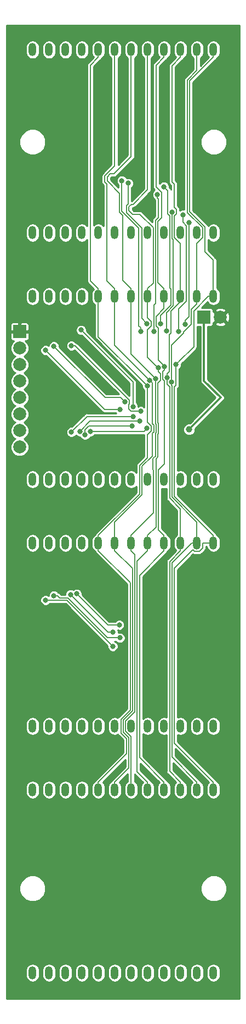
<source format=gtl>
G04 #@! TF.GenerationSoftware,KiCad,Pcbnew,(5.0.0-rc2-35-gda6600525)*
G04 #@! TF.CreationDate,2018-07-07T16:30:24-07:00*
G04 #@! TF.ProjectId,ht1632c-evaluation,687431363332632D6576616C75617469,rev?*
G04 #@! TF.SameCoordinates,Original*
G04 #@! TF.FileFunction,Copper,L1,Top,Signal*
G04 #@! TF.FilePolarity,Positive*
%FSLAX46Y46*%
G04 Gerber Fmt 4.6, Leading zero omitted, Abs format (unit mm)*
G04 Created by KiCad (PCBNEW (5.0.0-rc2-35-gda6600525)) date 07/07/18 16:30:24*
%MOMM*%
%LPD*%
G01*
G04 APERTURE LIST*
G04 #@! TA.AperFunction,ComponentPad*
%ADD10O,1.200000X2.000000*%
G04 #@! TD*
G04 #@! TA.AperFunction,ComponentPad*
%ADD11C,2.000000*%
G04 #@! TD*
G04 #@! TA.AperFunction,ComponentPad*
%ADD12R,2.000000X2.000000*%
G04 #@! TD*
G04 #@! TA.AperFunction,ViaPad*
%ADD13C,0.800000*%
G04 #@! TD*
G04 #@! TA.AperFunction,ViaPad*
%ADD14C,1.000000*%
G04 #@! TD*
G04 #@! TA.AperFunction,Conductor*
%ADD15C,0.300000*%
G04 #@! TD*
G04 #@! TA.AperFunction,Conductor*
%ADD16C,0.177800*%
G04 #@! TD*
G04 #@! TA.AperFunction,Conductor*
%ADD17C,0.254000*%
G04 #@! TD*
G04 APERTURE END LIST*
D10*
G04 #@! TO.P,U2,24*
G04 #@! TO.N,/ROW23'*
X50000000Y-65800000D03*
G04 #@! TO.P,U2,1*
G04 #@! TO.N,/ROW16'*
X50000000Y-94000000D03*
G04 #@! TO.P,U2,23*
G04 #@! TO.N,/ROW22'*
X52540000Y-65800000D03*
G04 #@! TO.P,U2,2*
G04 #@! TO.N,/ROW17'*
X52540000Y-94000000D03*
G04 #@! TO.P,U2,22*
G04 #@! TO.N,/ROW21'*
X55080000Y-65800000D03*
G04 #@! TO.P,U2,3*
G04 #@! TO.N,/ROW18'*
X55080000Y-94000000D03*
G04 #@! TO.P,U2,21*
G04 #@! TO.N,/ROW20'*
X57620000Y-65800000D03*
G04 #@! TO.P,U2,4*
G04 #@! TO.N,/ROW19'*
X57620000Y-94000000D03*
G04 #@! TO.P,U2,20*
G04 #@! TO.N,/COL0*
X60160000Y-65800000D03*
G04 #@! TO.P,U2,5*
G04 #@! TO.N,Net-(U2-Pad5)*
X60160000Y-94000000D03*
G04 #@! TO.P,U2,19*
G04 #@! TO.N,/COL1*
X62700000Y-65800000D03*
G04 #@! TO.P,U2,6*
G04 #@! TO.N,Net-(U2-Pad6)*
X62700000Y-94000000D03*
G04 #@! TO.P,U2,18*
G04 #@! TO.N,/COL2*
X65240000Y-65800000D03*
G04 #@! TO.P,U2,7*
G04 #@! TO.N,Net-(U2-Pad7)*
X65240000Y-94000000D03*
G04 #@! TO.P,U2,17*
G04 #@! TO.N,/COL3*
X67780000Y-65800000D03*
G04 #@! TO.P,U2,8*
G04 #@! TO.N,Net-(U2-Pad8)*
X67780000Y-94000000D03*
G04 #@! TO.P,U2,16*
G04 #@! TO.N,/COL4*
X70320000Y-65800000D03*
G04 #@! TO.P,U2,9*
G04 #@! TO.N,Net-(U2-Pad9)*
X70320000Y-94000000D03*
G04 #@! TO.P,U2,15*
G04 #@! TO.N,/COL5*
X72860000Y-65800000D03*
G04 #@! TO.P,U2,10*
G04 #@! TO.N,Net-(U2-Pad10)*
X72860000Y-94000000D03*
G04 #@! TO.P,U2,14*
G04 #@! TO.N,/COL6*
X75400000Y-65800000D03*
G04 #@! TO.P,U2,11*
G04 #@! TO.N,Net-(U2-Pad11)*
X75400000Y-94000000D03*
G04 #@! TO.P,U2,13*
G04 #@! TO.N,/COL7*
X77940000Y-65800000D03*
G04 #@! TO.P,U2,12*
G04 #@! TO.N,Net-(U2-Pad12)*
X77940000Y-94000000D03*
G04 #@! TD*
D11*
G04 #@! TO.P,J1,2*
G04 #@! TO.N,GNDREF*
X79040000Y-69000000D03*
D12*
G04 #@! TO.P,J1,1*
G04 #@! TO.N,+5V*
X76500000Y-69000000D03*
G04 #@! TD*
D11*
G04 #@! TO.P,J2,8*
G04 #@! TO.N,/OSC*
X48000000Y-89000000D03*
G04 #@! TO.P,J2,7*
G04 #@! TO.N,/DATA*
X48000000Y-86460000D03*
G04 #@! TO.P,J2,6*
G04 #@! TO.N,/~WR*
X48000000Y-83920000D03*
G04 #@! TO.P,J2,5*
G04 #@! TO.N,/~RD*
X48000000Y-81380000D03*
G04 #@! TO.P,J2,4*
G04 #@! TO.N,/~CS*
X48000000Y-78840000D03*
G04 #@! TO.P,J2,3*
G04 #@! TO.N,/SYNC*
X48000000Y-76300000D03*
G04 #@! TO.P,J2,2*
G04 #@! TO.N,VCC*
X48000000Y-73760000D03*
D12*
G04 #@! TO.P,J2,1*
G04 #@! TO.N,GNDREF*
X48000000Y-71220000D03*
G04 #@! TD*
D10*
G04 #@! TO.P,U1,12*
G04 #@! TO.N,Net-(U1-Pad12)*
X77940000Y-56000000D03*
G04 #@! TO.P,U1,13*
G04 #@! TO.N,/COL7*
X77940000Y-27800000D03*
G04 #@! TO.P,U1,11*
G04 #@! TO.N,Net-(U1-Pad11)*
X75400000Y-56000000D03*
G04 #@! TO.P,U1,14*
G04 #@! TO.N,/COL6*
X75400000Y-27800000D03*
G04 #@! TO.P,U1,10*
G04 #@! TO.N,Net-(U1-Pad10)*
X72860000Y-56000000D03*
G04 #@! TO.P,U1,15*
G04 #@! TO.N,/COL5*
X72860000Y-27800000D03*
G04 #@! TO.P,U1,9*
G04 #@! TO.N,Net-(U1-Pad9)*
X70320000Y-56000000D03*
G04 #@! TO.P,U1,16*
G04 #@! TO.N,/COL4*
X70320000Y-27800000D03*
G04 #@! TO.P,U1,8*
G04 #@! TO.N,Net-(U1-Pad8)*
X67780000Y-56000000D03*
G04 #@! TO.P,U1,17*
G04 #@! TO.N,/COL3*
X67780000Y-27800000D03*
G04 #@! TO.P,U1,7*
G04 #@! TO.N,Net-(U1-Pad7)*
X65240000Y-56000000D03*
G04 #@! TO.P,U1,18*
G04 #@! TO.N,/COL2*
X65240000Y-27800000D03*
G04 #@! TO.P,U1,6*
G04 #@! TO.N,Net-(U1-Pad6)*
X62700000Y-56000000D03*
G04 #@! TO.P,U1,19*
G04 #@! TO.N,/COL1*
X62700000Y-27800000D03*
G04 #@! TO.P,U1,5*
G04 #@! TO.N,Net-(U1-Pad5)*
X60160000Y-56000000D03*
G04 #@! TO.P,U1,20*
G04 #@! TO.N,/COL0*
X60160000Y-27800000D03*
G04 #@! TO.P,U1,4*
G04 #@! TO.N,/ROW27'*
X57620000Y-56000000D03*
G04 #@! TO.P,U1,21*
G04 #@! TO.N,/ROW28'*
X57620000Y-27800000D03*
G04 #@! TO.P,U1,3*
G04 #@! TO.N,/ROW26'*
X55080000Y-56000000D03*
G04 #@! TO.P,U1,22*
G04 #@! TO.N,/ROW29'*
X55080000Y-27800000D03*
G04 #@! TO.P,U1,2*
G04 #@! TO.N,/ROW25'*
X52540000Y-56000000D03*
G04 #@! TO.P,U1,23*
G04 #@! TO.N,/ROW30'*
X52540000Y-27800000D03*
G04 #@! TO.P,U1,1*
G04 #@! TO.N,/ROW24'*
X50000000Y-56000000D03*
G04 #@! TO.P,U1,24*
G04 #@! TO.N,/ROW31'*
X50000000Y-27800000D03*
G04 #@! TD*
G04 #@! TO.P,U3,12*
G04 #@! TO.N,Net-(U3-Pad12)*
X77940000Y-132000000D03*
G04 #@! TO.P,U3,13*
G04 #@! TO.N,/COL7*
X77940000Y-103800000D03*
G04 #@! TO.P,U3,11*
G04 #@! TO.N,Net-(U3-Pad11)*
X75400000Y-132000000D03*
G04 #@! TO.P,U3,14*
G04 #@! TO.N,/COL6*
X75400000Y-103800000D03*
G04 #@! TO.P,U3,10*
G04 #@! TO.N,Net-(U3-Pad10)*
X72860000Y-132000000D03*
G04 #@! TO.P,U3,15*
G04 #@! TO.N,/COL5*
X72860000Y-103800000D03*
G04 #@! TO.P,U3,9*
G04 #@! TO.N,Net-(U3-Pad9)*
X70320000Y-132000000D03*
G04 #@! TO.P,U3,16*
G04 #@! TO.N,/COL4*
X70320000Y-103800000D03*
G04 #@! TO.P,U3,8*
G04 #@! TO.N,Net-(U3-Pad8)*
X67780000Y-132000000D03*
G04 #@! TO.P,U3,17*
G04 #@! TO.N,/COL3*
X67780000Y-103800000D03*
G04 #@! TO.P,U3,7*
G04 #@! TO.N,Net-(U3-Pad7)*
X65240000Y-132000000D03*
G04 #@! TO.P,U3,18*
G04 #@! TO.N,/COL2*
X65240000Y-103800000D03*
G04 #@! TO.P,U3,6*
G04 #@! TO.N,Net-(U3-Pad6)*
X62700000Y-132000000D03*
G04 #@! TO.P,U3,19*
G04 #@! TO.N,/COL1*
X62700000Y-103800000D03*
G04 #@! TO.P,U3,5*
G04 #@! TO.N,Net-(U3-Pad5)*
X60160000Y-132000000D03*
G04 #@! TO.P,U3,20*
G04 #@! TO.N,/COL0*
X60160000Y-103800000D03*
G04 #@! TO.P,U3,4*
G04 #@! TO.N,/ROW11'*
X57620000Y-132000000D03*
G04 #@! TO.P,U3,21*
G04 #@! TO.N,/ROW12'*
X57620000Y-103800000D03*
G04 #@! TO.P,U3,3*
G04 #@! TO.N,/ROW10'*
X55080000Y-132000000D03*
G04 #@! TO.P,U3,22*
G04 #@! TO.N,/ROW13'*
X55080000Y-103800000D03*
G04 #@! TO.P,U3,2*
G04 #@! TO.N,/ROW9'*
X52540000Y-132000000D03*
G04 #@! TO.P,U3,23*
G04 #@! TO.N,/ROW14'*
X52540000Y-103800000D03*
G04 #@! TO.P,U3,1*
G04 #@! TO.N,/ROW8'*
X50000000Y-132000000D03*
G04 #@! TO.P,U3,24*
G04 #@! TO.N,/ROW15'*
X50000000Y-103800000D03*
G04 #@! TD*
G04 #@! TO.P,U4,24*
G04 #@! TO.N,/ROW7'*
X50000000Y-141800000D03*
G04 #@! TO.P,U4,1*
G04 #@! TO.N,/ROW0'*
X50000000Y-170000000D03*
G04 #@! TO.P,U4,23*
G04 #@! TO.N,/ROW6'*
X52540000Y-141800000D03*
G04 #@! TO.P,U4,2*
G04 #@! TO.N,/ROW1'*
X52540000Y-170000000D03*
G04 #@! TO.P,U4,22*
G04 #@! TO.N,/ROW5'*
X55080000Y-141800000D03*
G04 #@! TO.P,U4,3*
G04 #@! TO.N,/ROW2'*
X55080000Y-170000000D03*
G04 #@! TO.P,U4,21*
G04 #@! TO.N,/ROW4'*
X57620000Y-141800000D03*
G04 #@! TO.P,U4,4*
G04 #@! TO.N,/ROW3'*
X57620000Y-170000000D03*
G04 #@! TO.P,U4,20*
G04 #@! TO.N,/COL0*
X60160000Y-141800000D03*
G04 #@! TO.P,U4,5*
G04 #@! TO.N,Net-(U4-Pad5)*
X60160000Y-170000000D03*
G04 #@! TO.P,U4,19*
G04 #@! TO.N,/COL1*
X62700000Y-141800000D03*
G04 #@! TO.P,U4,6*
G04 #@! TO.N,Net-(U4-Pad6)*
X62700000Y-170000000D03*
G04 #@! TO.P,U4,18*
G04 #@! TO.N,/COL2*
X65240000Y-141800000D03*
G04 #@! TO.P,U4,7*
G04 #@! TO.N,Net-(U4-Pad7)*
X65240000Y-170000000D03*
G04 #@! TO.P,U4,17*
G04 #@! TO.N,/COL3*
X67780000Y-141800000D03*
G04 #@! TO.P,U4,8*
G04 #@! TO.N,Net-(U4-Pad8)*
X67780000Y-170000000D03*
G04 #@! TO.P,U4,16*
G04 #@! TO.N,/COL4*
X70320000Y-141800000D03*
G04 #@! TO.P,U4,9*
G04 #@! TO.N,Net-(U4-Pad9)*
X70320000Y-170000000D03*
G04 #@! TO.P,U4,15*
G04 #@! TO.N,/COL5*
X72860000Y-141800000D03*
G04 #@! TO.P,U4,10*
G04 #@! TO.N,Net-(U4-Pad10)*
X72860000Y-170000000D03*
G04 #@! TO.P,U4,14*
G04 #@! TO.N,/COL6*
X75400000Y-141800000D03*
G04 #@! TO.P,U4,11*
G04 #@! TO.N,Net-(U4-Pad11)*
X75400000Y-170000000D03*
G04 #@! TO.P,U4,13*
G04 #@! TO.N,/COL7*
X77940000Y-141800000D03*
G04 #@! TO.P,U4,12*
G04 #@! TO.N,Net-(U4-Pad12)*
X77940000Y-170000000D03*
G04 #@! TD*
D13*
G04 #@! TO.N,GNDREF*
X63200000Y-97100000D03*
X78100000Y-98000000D03*
X75400000Y-97500000D03*
X73000000Y-96300000D03*
X78100000Y-107300000D03*
X62900000Y-110300000D03*
X60100000Y-110200000D03*
X60100000Y-97600000D03*
X69900000Y-113700000D03*
X60100000Y-50600000D03*
X68100000Y-115400000D03*
X68400000Y-120800000D03*
X63600000Y-120900000D03*
X60500000Y-119600000D03*
X56200000Y-115100000D03*
X50000000Y-128800000D03*
X64300000Y-115500000D03*
X68900000Y-111100000D03*
D14*
G04 #@! TO.N,+5V*
X74200000Y-86300000D03*
D13*
G04 #@! TO.N,/ROW29*
X69300000Y-50100000D03*
X68733411Y-71200000D03*
G04 #@! TO.N,/ROW28*
X70300000Y-48900000D03*
X69744633Y-70000000D03*
G04 #@! TO.N,/ROW31*
X66700000Y-71200000D03*
X63800000Y-47970000D03*
G04 #@! TO.N,/ROW30*
X67700000Y-70000000D03*
X64800000Y-48380000D03*
G04 #@! TO.N,/ROW26*
X73206744Y-53237235D03*
X72607283Y-71236563D03*
G04 #@! TO.N,/ROW27*
X70700000Y-71100000D03*
X71555611Y-52800000D03*
G04 #@! TO.N,/ROW25*
X73600000Y-70100000D03*
X74200000Y-54400000D03*
G04 #@! TO.N,/ROW21*
X57500000Y-70985612D03*
X65500000Y-82800000D03*
G04 #@! TO.N,/ROW20*
X56000000Y-73400000D03*
X66699996Y-83500000D03*
G04 #@! TO.N,/ROW23*
X52000000Y-74100000D03*
X63500000Y-83200000D03*
G04 #@! TO.N,/ROW22*
X53300000Y-73500000D03*
X64264261Y-82042650D03*
G04 #@! TO.N,/ROW18*
X57300000Y-86600000D03*
X66595762Y-85030205D03*
G04 #@! TO.N,/ROW19*
X56000000Y-86700000D03*
X65500000Y-84300000D03*
G04 #@! TO.N,/ROW16*
X58937649Y-86592878D03*
X67700000Y-86100000D03*
G04 #@! TO.N,/ROW17*
X58121149Y-87130877D03*
X65400000Y-85800000D03*
G04 #@! TO.N,/ROW13*
X62400000Y-117500000D03*
X55865862Y-111725441D03*
G04 #@! TO.N,/ROW12*
X63400000Y-116400000D03*
X56838763Y-111627562D03*
G04 #@! TO.N,/ROW15*
X52000000Y-112600000D03*
X62400000Y-119700000D03*
G04 #@! TO.N,/ROW14*
X53300000Y-111900000D03*
X63500000Y-118400000D03*
G04 #@! TO.N,/COL0*
X67763253Y-79621468D03*
G04 #@! TO.N,/COL1*
X68082518Y-78697246D03*
G04 #@! TO.N,/COL2*
X69042270Y-78510182D03*
G04 #@! TO.N,/COL3*
X69439975Y-76810696D03*
G04 #@! TO.N,/COL4*
X70395171Y-76601608D03*
G04 #@! TO.N,/COL5*
X70808418Y-78279474D03*
G04 #@! TO.N,/COL6*
X71501971Y-78968749D03*
G04 #@! TO.N,/COL7*
X72172190Y-76292047D03*
G04 #@! TD*
D15*
G04 #@! TO.N,+5V*
X74200000Y-86300000D02*
X79100000Y-81400000D01*
X76500000Y-78800000D02*
X76500000Y-69000000D01*
X79100000Y-81400000D02*
X76500000Y-78800000D01*
D16*
G04 #@! TO.N,/ROW29*
X69002321Y-54097679D02*
X69002321Y-66897679D01*
X68733411Y-70634315D02*
X68733411Y-71200000D01*
X68722312Y-67177688D02*
X68722312Y-70623216D01*
X69429046Y-50794731D02*
X69429046Y-53670954D01*
X69429046Y-53670954D02*
X69002321Y-54097679D01*
X68722312Y-70623216D02*
X68733411Y-70634315D01*
X69300000Y-50100000D02*
X69300000Y-50665685D01*
X69300000Y-50665685D02*
X69429046Y-50794731D01*
X69002321Y-66897679D02*
X68722312Y-67177688D01*
G04 #@! TO.N,/ROW28*
X71186710Y-53417817D02*
X71186710Y-64486710D01*
X71400000Y-67101646D02*
X69744633Y-68757013D01*
X69744633Y-68757013D02*
X69744633Y-70000000D01*
X70888910Y-53120017D02*
X71186710Y-53417817D01*
X71186710Y-64486710D02*
X71400000Y-64700000D01*
X70300000Y-48900000D02*
X70888910Y-49488910D01*
X70888910Y-49488910D02*
X70888910Y-53120017D01*
X71400000Y-64700000D02*
X71400000Y-67101646D01*
G04 #@! TO.N,/ROW31*
X66700000Y-70634315D02*
X66400000Y-70334315D01*
X66700000Y-71200000D02*
X66700000Y-70634315D01*
X66400000Y-70334315D02*
X66400000Y-55300000D01*
X66400000Y-55300000D02*
X63800000Y-52700000D01*
X63800000Y-52700000D02*
X63800000Y-47970000D01*
G04 #@! TO.N,/ROW30*
X66855609Y-55252701D02*
X64549969Y-52947061D01*
X64549969Y-51815230D02*
X64800000Y-51565200D01*
X67700000Y-70000000D02*
X66855609Y-69155609D01*
X66855609Y-69155609D02*
X66855609Y-55252701D01*
X64800000Y-51565200D02*
X64800000Y-48380000D01*
X64549969Y-52947061D02*
X64549969Y-51815230D01*
G04 #@! TO.N,/ROW26*
X72607283Y-67689808D02*
X72607283Y-70670878D01*
X72607283Y-70670878D02*
X72607283Y-71236563D01*
X73744389Y-54931109D02*
X73744389Y-66552702D01*
X73206744Y-54393464D02*
X73744389Y-54931109D01*
X73206744Y-53237235D02*
X73206744Y-54393464D01*
X73744389Y-66552702D02*
X72607283Y-67689808D01*
G04 #@! TO.N,/ROW27*
X70700000Y-68304555D02*
X70700000Y-71100000D01*
X71755611Y-57052702D02*
X71755611Y-67248944D01*
X71555611Y-52800000D02*
X71555611Y-56852702D01*
X71555611Y-56852702D02*
X71755611Y-57052702D01*
X71755611Y-67248944D02*
X70700000Y-68304555D01*
G04 #@! TO.N,/ROW25*
X73600000Y-69534315D02*
X74200000Y-68934315D01*
X73600000Y-70100000D02*
X73600000Y-69534315D01*
X74200000Y-68934315D02*
X74200000Y-54400000D01*
G04 #@! TO.N,/ROW21*
X57500000Y-70985612D02*
X65500000Y-78985612D01*
X65500000Y-78985612D02*
X65500000Y-82234315D01*
X65500000Y-82234315D02*
X65500000Y-82800000D01*
G04 #@! TO.N,/ROW20*
X65213280Y-83500000D02*
X66134311Y-83500000D01*
X66134311Y-83500000D02*
X66699996Y-83500000D01*
X56000000Y-73400000D02*
X56565685Y-73400000D01*
X56565685Y-73400000D02*
X64930963Y-81765278D01*
X64833298Y-82460333D02*
X64833298Y-83120018D01*
X64930963Y-82362668D02*
X64833298Y-82460333D01*
X64930963Y-81765278D02*
X64930963Y-82362668D01*
X64833298Y-83120018D02*
X65213280Y-83500000D01*
G04 #@! TO.N,/ROW23*
X61100000Y-83200000D02*
X62934315Y-83200000D01*
X62934315Y-83200000D02*
X63500000Y-83200000D01*
X52000000Y-74100000D02*
X61100000Y-83200000D01*
G04 #@! TO.N,/ROW22*
X63864262Y-81642651D02*
X64264261Y-82042650D01*
X53300000Y-73500000D02*
X61183421Y-81383421D01*
X61183421Y-81383421D02*
X63605032Y-81383421D01*
X63605032Y-81383421D02*
X63864262Y-81642651D01*
G04 #@! TO.N,/ROW18*
X57300000Y-86600000D02*
X58869795Y-85030205D01*
X66030077Y-85030205D02*
X66595762Y-85030205D01*
X58869795Y-85030205D02*
X66030077Y-85030205D01*
G04 #@! TO.N,/ROW19*
X64934315Y-84300000D02*
X65500000Y-84300000D01*
X58400000Y-84300000D02*
X64934315Y-84300000D01*
X56000000Y-86700000D02*
X58400000Y-84300000D01*
G04 #@! TO.N,/ROW16*
X58937649Y-86592878D02*
X67207122Y-86592878D01*
X67207122Y-86592878D02*
X67300001Y-86499999D01*
X67300001Y-86499999D02*
X67700000Y-86100000D01*
G04 #@! TO.N,/ROW17*
X64834315Y-85800000D02*
X65400000Y-85800000D01*
X58121149Y-87130877D02*
X58121149Y-86378851D01*
X58121149Y-86378851D02*
X58700000Y-85800000D01*
X58700000Y-85800000D02*
X64834315Y-85800000D01*
G04 #@! TO.N,/ROW13*
X61640421Y-117500000D02*
X55865862Y-111725441D01*
X62400000Y-117500000D02*
X61640421Y-117500000D01*
G04 #@! TO.N,/ROW12*
X63400000Y-116400000D02*
X61611201Y-116400000D01*
X61611201Y-116400000D02*
X56838763Y-111627562D01*
G04 #@! TO.N,/ROW15*
X55300000Y-112600000D02*
X62400000Y-119700000D01*
X52000000Y-112600000D02*
X55300000Y-112600000D01*
G04 #@! TO.N,/ROW14*
X53300000Y-111900000D02*
X53865685Y-111900000D01*
X61602908Y-118400000D02*
X63500000Y-118400000D01*
X54210074Y-112244389D02*
X55447298Y-112244389D01*
X53865685Y-111900000D02*
X54210074Y-112244389D01*
X55447298Y-112244389D02*
X61602908Y-118400000D01*
G04 #@! TO.N,/COL0*
X60160000Y-64622200D02*
X58950000Y-63412200D01*
X60160000Y-65800000D02*
X60160000Y-64622200D01*
X60160000Y-28977800D02*
X60160000Y-27800000D01*
X58950000Y-30187800D02*
X60160000Y-28977800D01*
X58950000Y-63412200D02*
X58950000Y-30187800D01*
X60160000Y-65800000D02*
X60160000Y-72018215D01*
X67363254Y-79221469D02*
X67763253Y-79621468D01*
X60160000Y-72018215D02*
X67363254Y-79221469D01*
X68366702Y-86520018D02*
X68366702Y-85779982D01*
X67763253Y-80187153D02*
X67763253Y-79621468D01*
X67763253Y-85176533D02*
X67763253Y-80187153D01*
X68366702Y-85779982D02*
X67763253Y-85176533D01*
X66557679Y-96224521D02*
X66557679Y-91839413D01*
X66557679Y-91839413D02*
X67763253Y-90633839D01*
X60160000Y-102622200D02*
X66557679Y-96224521D01*
X67763253Y-87123467D02*
X68366702Y-86520018D01*
X60160000Y-103800000D02*
X60160000Y-102622200D01*
X67763253Y-90633839D02*
X67763253Y-87123467D01*
X60160000Y-140622200D02*
X60160000Y-141800000D01*
X64528779Y-136253421D02*
X60160000Y-140622200D01*
X63662072Y-133053601D02*
X64528779Y-133920308D01*
X65100000Y-109917800D02*
X65100000Y-129508472D01*
X60160000Y-103800000D02*
X60160000Y-104977800D01*
X65100000Y-129508472D02*
X63662070Y-130946402D01*
X64528779Y-133920308D02*
X64528779Y-136253421D01*
X60160000Y-104977800D02*
X65100000Y-109917800D01*
X63662070Y-130946402D02*
X63662072Y-133053601D01*
G04 #@! TO.N,/COL1*
X62700000Y-45710371D02*
X62700000Y-27800000D01*
X62700000Y-64622200D02*
X61480000Y-63402200D01*
X61177687Y-47232684D02*
X62700000Y-45710371D01*
X62700000Y-65800000D02*
X62700000Y-64622200D01*
X61480000Y-48469629D02*
X61177687Y-48167316D01*
X61480000Y-63402200D02*
X61480000Y-48469629D01*
X61177687Y-48167316D02*
X61177687Y-47232684D01*
X62700000Y-73314728D02*
X67682519Y-78297247D01*
X67682519Y-78297247D02*
X68082518Y-78697246D01*
X62700000Y-65800000D02*
X62700000Y-73314728D01*
X62700000Y-100585109D02*
X66913290Y-96371819D01*
X68482517Y-90417497D02*
X68482517Y-86907111D01*
X68514000Y-86875629D02*
X68722313Y-86667316D01*
X68522313Y-85432684D02*
X68522313Y-79137041D01*
X68522313Y-79137041D02*
X68482517Y-79097245D01*
X68722313Y-86667316D02*
X68722313Y-85632684D01*
X68482517Y-86907111D02*
X68514000Y-86875629D01*
X68482517Y-79097245D02*
X68082518Y-78697246D01*
X66913290Y-96371819D02*
X66913290Y-91986724D01*
X66913290Y-91986724D02*
X68482517Y-90417497D01*
X62700000Y-103800000D02*
X62700000Y-100585109D01*
X68722313Y-85632684D02*
X68522313Y-85432684D01*
X65455611Y-107733411D02*
X65455611Y-129655770D01*
X62700000Y-104977800D02*
X65455611Y-107733411D01*
X64017681Y-131093699D02*
X64017681Y-132906301D01*
X64884390Y-138437810D02*
X62700000Y-140622200D01*
X65455611Y-129655770D02*
X64017681Y-131093699D01*
X64884390Y-133773010D02*
X64884390Y-138437810D01*
X62700000Y-140622200D02*
X62700000Y-141800000D01*
X62700000Y-103800000D02*
X62700000Y-104977800D01*
X64017681Y-132906301D02*
X64884390Y-133773010D01*
G04 #@! TO.N,/COL2*
X63444389Y-52847298D02*
X63444389Y-49931109D01*
X63960000Y-63342200D02*
X63960000Y-53362909D01*
X61533298Y-48020018D02*
X61533298Y-47379982D01*
X63960000Y-53362909D02*
X63444389Y-52847298D01*
X63444389Y-49931109D02*
X61533298Y-48020018D01*
X61533298Y-47379982D02*
X61979982Y-46933298D01*
X61979982Y-46933298D02*
X62579982Y-46933298D01*
X65240000Y-44273280D02*
X65240000Y-27800000D01*
X62579982Y-46933298D02*
X65240000Y-44273280D01*
X65240000Y-64622200D02*
X63960000Y-63342200D01*
X65240000Y-65800000D02*
X65240000Y-64622200D01*
X68642271Y-78110183D02*
X69042270Y-78510182D01*
X65240000Y-74707912D02*
X68642271Y-78110183D01*
X65240000Y-65800000D02*
X65240000Y-74707912D01*
X65240000Y-102622200D02*
X68695529Y-99166671D01*
X68695529Y-99166671D02*
X68695529Y-92829033D01*
X68612217Y-92245754D02*
X68612217Y-90790706D01*
X68612217Y-90790706D02*
X69020869Y-90382054D01*
X69020869Y-86871669D02*
X69077924Y-86814614D01*
X65240000Y-103800000D02*
X65240000Y-102622200D01*
X69077924Y-86814614D02*
X69077924Y-85485386D01*
X69077924Y-85485386D02*
X69020869Y-85428331D01*
X69020869Y-78531583D02*
X69042270Y-78510182D01*
X68695529Y-92829033D02*
X68612217Y-92245754D01*
X69020869Y-90382054D02*
X69020869Y-86871669D01*
X69020869Y-85428331D02*
X69020869Y-78531583D01*
X65240000Y-133625711D02*
X65240000Y-140622200D01*
X65240000Y-104977800D02*
X65811221Y-105549021D01*
X65811221Y-129803069D02*
X64373292Y-131240997D01*
X64373292Y-131240997D02*
X64373292Y-132759003D01*
X64373292Y-132759003D02*
X65240000Y-133625711D01*
X65240000Y-103800000D02*
X65240000Y-104977800D01*
X65811221Y-105549021D02*
X65811221Y-129803069D01*
X65240000Y-140622200D02*
X65240000Y-141800000D01*
G04 #@! TO.N,/COL3*
X67780000Y-65800000D02*
X67780000Y-66200000D01*
X66551237Y-53145524D02*
X65448540Y-53145524D01*
X67780000Y-65800000D02*
X67780000Y-64622200D01*
X67780000Y-49369316D02*
X67780000Y-27800000D01*
X64905580Y-51962528D02*
X65252264Y-51615844D01*
X67780000Y-64622200D02*
X68646710Y-63755490D01*
X65533472Y-51615844D02*
X67780000Y-49369316D01*
X68646710Y-63755490D02*
X68646710Y-55240997D01*
X65448540Y-53145524D02*
X64905580Y-52602564D01*
X68646710Y-55240997D02*
X66551237Y-53145524D01*
X65252264Y-51615844D02*
X65533472Y-51615844D01*
X64905580Y-52602564D02*
X64905580Y-51962528D01*
X67780000Y-65800000D02*
X67780000Y-69093282D01*
X67780000Y-69093282D02*
X68366701Y-69679983D01*
X68366701Y-69679983D02*
X68366701Y-70320017D01*
X67780000Y-75150721D02*
X69039976Y-76410697D01*
X68366701Y-70320017D02*
X67780000Y-70906718D01*
X69039976Y-76410697D02*
X69439975Y-76810696D01*
X67780000Y-70906718D02*
X67780000Y-75150721D01*
X69433535Y-85338088D02*
X69381593Y-85286146D01*
X69381593Y-85286146D02*
X69381593Y-79151302D01*
X69097678Y-101304522D02*
X69097678Y-90808153D01*
X69381593Y-79151302D02*
X69786105Y-78746790D01*
X69786105Y-78746790D02*
X69786105Y-77722511D01*
X69439975Y-77376381D02*
X69439975Y-76810696D01*
X69786105Y-77722511D02*
X69439975Y-77376381D01*
X69433535Y-86961912D02*
X69433535Y-85338088D01*
X69381593Y-87013854D02*
X69433535Y-86961912D01*
X69381593Y-90524238D02*
X69381593Y-87013854D01*
X69097678Y-90808153D02*
X69381593Y-90524238D01*
X67780000Y-102622200D02*
X69097678Y-101304522D01*
X67780000Y-103800000D02*
X67780000Y-102622200D01*
X67780000Y-104977800D02*
X66166830Y-106590970D01*
X67780000Y-140622200D02*
X67780000Y-141800000D01*
X66166830Y-139009030D02*
X67780000Y-140622200D01*
X66166830Y-106590970D02*
X66166830Y-139009030D01*
X67780000Y-103800000D02*
X67780000Y-104977800D01*
G04 #@! TO.N,/COL4*
X69357932Y-54244976D02*
X69966702Y-53636206D01*
X69090000Y-48903280D02*
X69090000Y-30207800D01*
X70320000Y-64622200D02*
X69357932Y-63660132D01*
X69357932Y-63660132D02*
X69357932Y-54244976D01*
X69966702Y-49779982D02*
X69090000Y-48903280D01*
X70320000Y-65800000D02*
X70320000Y-64622200D01*
X69966702Y-53636206D02*
X69966702Y-49779982D01*
X70320000Y-28977800D02*
X70320000Y-27800000D01*
X69090000Y-30207800D02*
X70320000Y-28977800D01*
X70320000Y-67678737D02*
X69077923Y-68920814D01*
X69995172Y-76201609D02*
X70395171Y-76601608D01*
X69411222Y-70666701D02*
X69411222Y-75617659D01*
X69077923Y-68920814D02*
X69077923Y-70333402D01*
X69411222Y-75617659D02*
X69995172Y-76201609D01*
X69077923Y-70333402D02*
X69411222Y-70666701D01*
X70320000Y-65800000D02*
X70320000Y-67678737D01*
X70141716Y-77420748D02*
X70395171Y-77167293D01*
X69453291Y-101755491D02*
X69453291Y-92538842D01*
X70352820Y-91639313D02*
X70352820Y-78810596D01*
X70320000Y-102622200D02*
X69453291Y-101755491D01*
X70320000Y-103800000D02*
X70320000Y-102622200D01*
X70352820Y-78810596D02*
X70141716Y-78599492D01*
X69453291Y-92538842D02*
X70352820Y-91639313D01*
X70141716Y-78599492D02*
X70141716Y-77420748D01*
X70395171Y-77167293D02*
X70395171Y-76601608D01*
X66522438Y-136824638D02*
X70320000Y-140622200D01*
X70320000Y-103800000D02*
X70320000Y-104977800D01*
X70320000Y-104977800D02*
X66522438Y-108775362D01*
X70320000Y-140622200D02*
X70320000Y-141800000D01*
X66522438Y-108775362D02*
X66522438Y-136824638D01*
G04 #@! TO.N,/COL5*
X71911222Y-56705404D02*
X71911222Y-53431107D01*
X72860000Y-65800000D02*
X72860000Y-57654182D01*
X72860000Y-28977800D02*
X72860000Y-27800000D01*
X72222312Y-53120017D02*
X72222312Y-52379983D01*
X72222312Y-52379983D02*
X71911222Y-52068893D01*
X71911222Y-52068893D02*
X71911222Y-48508313D01*
X71911222Y-48508313D02*
X71560000Y-48157091D01*
X71560000Y-30277800D02*
X72860000Y-28977800D01*
X71560000Y-48157091D02*
X71560000Y-30277800D01*
X72860000Y-57654182D02*
X71911222Y-56705404D01*
X71911222Y-53431107D02*
X72222312Y-53120017D01*
X70808418Y-78845159D02*
X70808418Y-78279474D01*
X71186709Y-79749594D02*
X70808418Y-79371303D01*
X72860000Y-98548018D02*
X71186709Y-96874727D01*
X72860000Y-103800000D02*
X72860000Y-98548018D01*
X70808418Y-79371303D02*
X70808418Y-78845159D01*
X71186709Y-96874727D02*
X71186709Y-79749594D01*
X71149877Y-77372330D02*
X70808418Y-77713789D01*
X72860000Y-65800000D02*
X72860000Y-66647464D01*
X71422077Y-71464641D02*
X71149877Y-71736841D01*
X71422077Y-68085387D02*
X71422077Y-71464641D01*
X71149877Y-71736841D02*
X71149877Y-77372330D01*
X70808418Y-77713789D02*
X70808418Y-78279474D01*
X72860000Y-66647464D02*
X71422077Y-68085387D01*
X71186709Y-106651091D02*
X71186709Y-138948909D01*
X72860000Y-103800000D02*
X72860000Y-104977800D01*
X72860000Y-104977800D02*
X71186709Y-106651091D01*
X72860000Y-140622200D02*
X72860000Y-141800000D01*
X71186709Y-138948909D02*
X72860000Y-140622200D01*
G04 #@! TO.N,/COL6*
X75400000Y-31014891D02*
X75400000Y-27800000D01*
X73930000Y-52904287D02*
X73930000Y-32484891D01*
X76266710Y-56759003D02*
X76266710Y-55240997D01*
X75400000Y-57625713D02*
X76266710Y-56759003D01*
X76266710Y-55240997D02*
X73930000Y-52904287D01*
X75400000Y-65800000D02*
X75400000Y-57625713D01*
X73930000Y-32484891D02*
X75400000Y-31014891D01*
X71542320Y-79574783D02*
X71501971Y-79534434D01*
X71542320Y-96727429D02*
X71542320Y-79574783D01*
X75400000Y-103800000D02*
X75400000Y-100585109D01*
X71501971Y-79534434D02*
X71501971Y-78968749D01*
X75400000Y-100585109D02*
X71542320Y-96727429D01*
X75400000Y-66977800D02*
X74555611Y-67822189D01*
X73366701Y-71320017D02*
X73366701Y-71420017D01*
X71505488Y-73281230D02*
X71505488Y-78399547D01*
X74555611Y-70131107D02*
X73366701Y-71320017D01*
X71501971Y-78403064D02*
X71501971Y-78968749D01*
X73366701Y-71420017D02*
X71505488Y-73281230D01*
X74555611Y-67822189D02*
X74555611Y-70131107D01*
X75400000Y-65800000D02*
X75400000Y-66977800D01*
X71505488Y-78399547D02*
X71501971Y-78403064D01*
X71542319Y-136764519D02*
X75400000Y-140622200D01*
X74622200Y-103800000D02*
X71542319Y-106879881D01*
X75400000Y-103800000D02*
X74622200Y-103800000D01*
X75400000Y-140622200D02*
X75400000Y-141800000D01*
X71542319Y-106879881D02*
X71542319Y-136764519D01*
G04 #@! TO.N,/COL7*
X77940000Y-65800000D02*
X77940000Y-60234182D01*
X74285611Y-32632189D02*
X77940000Y-28977800D01*
X77940000Y-28977800D02*
X77940000Y-27800000D01*
X74285611Y-52756989D02*
X74285611Y-32632189D01*
X76622321Y-55093699D02*
X74285611Y-52756989D01*
X76622321Y-58916503D02*
X76622321Y-55093699D01*
X77940000Y-60234182D02*
X76622321Y-58916503D01*
X72172190Y-79477822D02*
X72172190Y-76857732D01*
X72172190Y-76857732D02*
X72172190Y-76292047D01*
X77940000Y-65800000D02*
X77162200Y-65800000D01*
X77162200Y-65800000D02*
X74911222Y-68050978D01*
X77940000Y-102622200D02*
X71897930Y-96580130D01*
X74911222Y-68050978D02*
X74911222Y-73553015D01*
X71897930Y-79752082D02*
X72172190Y-79477822D01*
X71897930Y-96580130D02*
X71897930Y-79752082D01*
X77940000Y-103800000D02*
X77940000Y-102622200D01*
X72572189Y-75892048D02*
X72172190Y-76292047D01*
X74911222Y-73553015D02*
X72572189Y-75892048D01*
X71897928Y-134580128D02*
X77940000Y-140622200D01*
X71897928Y-107704980D02*
X71897928Y-134580128D01*
X76266710Y-104559003D02*
X75759003Y-105066710D01*
X77940000Y-140622200D02*
X77940000Y-141800000D01*
X77940000Y-103800000D02*
X76266710Y-103800000D01*
X75759003Y-105066710D02*
X75040997Y-105066710D01*
X74788598Y-104814310D02*
X71897928Y-107704980D01*
X76266710Y-103800000D02*
X76266710Y-104559003D01*
X75040997Y-105066710D02*
X74788598Y-104814310D01*
G04 #@! TD*
D17*
G04 #@! TO.N,GNDREF*
G36*
X81998000Y-173998000D02*
X46002000Y-173998000D01*
X46002000Y-169498851D01*
X48973000Y-169498851D01*
X48973000Y-170501150D01*
X49032588Y-170800715D01*
X49259575Y-171140426D01*
X49599286Y-171367413D01*
X50000000Y-171447120D01*
X50400715Y-171367413D01*
X50740426Y-171140426D01*
X50967413Y-170800715D01*
X51027000Y-170501149D01*
X51027000Y-169498851D01*
X51513000Y-169498851D01*
X51513000Y-170501150D01*
X51572588Y-170800715D01*
X51799575Y-171140426D01*
X52139286Y-171367413D01*
X52540000Y-171447120D01*
X52940715Y-171367413D01*
X53280426Y-171140426D01*
X53507413Y-170800715D01*
X53567000Y-170501149D01*
X53567000Y-169498851D01*
X54053000Y-169498851D01*
X54053000Y-170501150D01*
X54112588Y-170800715D01*
X54339575Y-171140426D01*
X54679286Y-171367413D01*
X55080000Y-171447120D01*
X55480715Y-171367413D01*
X55820426Y-171140426D01*
X56047413Y-170800715D01*
X56107000Y-170501149D01*
X56107000Y-169498851D01*
X56593000Y-169498851D01*
X56593000Y-170501150D01*
X56652588Y-170800715D01*
X56879575Y-171140426D01*
X57219286Y-171367413D01*
X57620000Y-171447120D01*
X58020715Y-171367413D01*
X58360426Y-171140426D01*
X58587413Y-170800715D01*
X58647000Y-170501149D01*
X58647000Y-169498851D01*
X59133000Y-169498851D01*
X59133000Y-170501150D01*
X59192588Y-170800715D01*
X59419575Y-171140426D01*
X59759286Y-171367413D01*
X60160000Y-171447120D01*
X60560715Y-171367413D01*
X60900426Y-171140426D01*
X61127413Y-170800715D01*
X61187000Y-170501149D01*
X61187000Y-169498851D01*
X61673000Y-169498851D01*
X61673000Y-170501150D01*
X61732588Y-170800715D01*
X61959575Y-171140426D01*
X62299286Y-171367413D01*
X62700000Y-171447120D01*
X63100715Y-171367413D01*
X63440426Y-171140426D01*
X63667413Y-170800715D01*
X63727000Y-170501149D01*
X63727000Y-169498851D01*
X64213000Y-169498851D01*
X64213000Y-170501150D01*
X64272588Y-170800715D01*
X64499575Y-171140426D01*
X64839286Y-171367413D01*
X65240000Y-171447120D01*
X65640715Y-171367413D01*
X65980426Y-171140426D01*
X66207413Y-170800715D01*
X66267000Y-170501149D01*
X66267000Y-169498851D01*
X66753000Y-169498851D01*
X66753000Y-170501150D01*
X66812588Y-170800715D01*
X67039575Y-171140426D01*
X67379286Y-171367413D01*
X67780000Y-171447120D01*
X68180715Y-171367413D01*
X68520426Y-171140426D01*
X68747413Y-170800715D01*
X68807000Y-170501149D01*
X68807000Y-169498851D01*
X69293000Y-169498851D01*
X69293000Y-170501150D01*
X69352588Y-170800715D01*
X69579575Y-171140426D01*
X69919286Y-171367413D01*
X70320000Y-171447120D01*
X70720715Y-171367413D01*
X71060426Y-171140426D01*
X71287413Y-170800715D01*
X71347000Y-170501149D01*
X71347000Y-169498851D01*
X71833000Y-169498851D01*
X71833000Y-170501150D01*
X71892588Y-170800715D01*
X72119575Y-171140426D01*
X72459286Y-171367413D01*
X72860000Y-171447120D01*
X73260715Y-171367413D01*
X73600426Y-171140426D01*
X73827413Y-170800715D01*
X73887000Y-170501149D01*
X73887000Y-169498851D01*
X74373000Y-169498851D01*
X74373000Y-170501150D01*
X74432588Y-170800715D01*
X74659575Y-171140426D01*
X74999286Y-171367413D01*
X75400000Y-171447120D01*
X75800715Y-171367413D01*
X76140426Y-171140426D01*
X76367413Y-170800715D01*
X76427000Y-170501149D01*
X76427000Y-169498851D01*
X76913000Y-169498851D01*
X76913000Y-170501150D01*
X76972588Y-170800715D01*
X77199575Y-171140426D01*
X77539286Y-171367413D01*
X77940000Y-171447120D01*
X78340715Y-171367413D01*
X78680426Y-171140426D01*
X78907413Y-170800715D01*
X78967000Y-170501149D01*
X78967000Y-169498850D01*
X78907413Y-169199285D01*
X78680426Y-168859574D01*
X78340714Y-168632587D01*
X77940000Y-168552880D01*
X77539285Y-168632587D01*
X77199574Y-168859574D01*
X76972587Y-169199286D01*
X76913000Y-169498851D01*
X76427000Y-169498851D01*
X76427000Y-169498850D01*
X76367413Y-169199285D01*
X76140426Y-168859574D01*
X75800714Y-168632587D01*
X75400000Y-168552880D01*
X74999285Y-168632587D01*
X74659574Y-168859574D01*
X74432587Y-169199286D01*
X74373000Y-169498851D01*
X73887000Y-169498851D01*
X73887000Y-169498850D01*
X73827413Y-169199285D01*
X73600426Y-168859574D01*
X73260714Y-168632587D01*
X72860000Y-168552880D01*
X72459285Y-168632587D01*
X72119574Y-168859574D01*
X71892587Y-169199286D01*
X71833000Y-169498851D01*
X71347000Y-169498851D01*
X71347000Y-169498850D01*
X71287413Y-169199285D01*
X71060426Y-168859574D01*
X70720714Y-168632587D01*
X70320000Y-168552880D01*
X69919285Y-168632587D01*
X69579574Y-168859574D01*
X69352587Y-169199286D01*
X69293000Y-169498851D01*
X68807000Y-169498851D01*
X68807000Y-169498850D01*
X68747413Y-169199285D01*
X68520426Y-168859574D01*
X68180714Y-168632587D01*
X67780000Y-168552880D01*
X67379285Y-168632587D01*
X67039574Y-168859574D01*
X66812587Y-169199286D01*
X66753000Y-169498851D01*
X66267000Y-169498851D01*
X66267000Y-169498850D01*
X66207413Y-169199285D01*
X65980426Y-168859574D01*
X65640714Y-168632587D01*
X65240000Y-168552880D01*
X64839285Y-168632587D01*
X64499574Y-168859574D01*
X64272587Y-169199286D01*
X64213000Y-169498851D01*
X63727000Y-169498851D01*
X63727000Y-169498850D01*
X63667413Y-169199285D01*
X63440426Y-168859574D01*
X63100714Y-168632587D01*
X62700000Y-168552880D01*
X62299285Y-168632587D01*
X61959574Y-168859574D01*
X61732587Y-169199286D01*
X61673000Y-169498851D01*
X61187000Y-169498851D01*
X61187000Y-169498850D01*
X61127413Y-169199285D01*
X60900426Y-168859574D01*
X60560714Y-168632587D01*
X60160000Y-168552880D01*
X59759285Y-168632587D01*
X59419574Y-168859574D01*
X59192587Y-169199286D01*
X59133000Y-169498851D01*
X58647000Y-169498851D01*
X58647000Y-169498850D01*
X58587413Y-169199285D01*
X58360426Y-168859574D01*
X58020714Y-168632587D01*
X57620000Y-168552880D01*
X57219285Y-168632587D01*
X56879574Y-168859574D01*
X56652587Y-169199286D01*
X56593000Y-169498851D01*
X56107000Y-169498851D01*
X56107000Y-169498850D01*
X56047413Y-169199285D01*
X55820426Y-168859574D01*
X55480714Y-168632587D01*
X55080000Y-168552880D01*
X54679285Y-168632587D01*
X54339574Y-168859574D01*
X54112587Y-169199286D01*
X54053000Y-169498851D01*
X53567000Y-169498851D01*
X53567000Y-169498850D01*
X53507413Y-169199285D01*
X53280426Y-168859574D01*
X52940714Y-168632587D01*
X52540000Y-168552880D01*
X52139285Y-168632587D01*
X51799574Y-168859574D01*
X51572587Y-169199286D01*
X51513000Y-169498851D01*
X51027000Y-169498851D01*
X51027000Y-169498850D01*
X50967413Y-169199285D01*
X50740426Y-168859574D01*
X50400714Y-168632587D01*
X50000000Y-168552880D01*
X49599285Y-168632587D01*
X49259574Y-168859574D01*
X49032587Y-169199286D01*
X48973000Y-169498851D01*
X46002000Y-169498851D01*
X46002000Y-156596805D01*
X47973000Y-156596805D01*
X47973000Y-157403195D01*
X48281593Y-158148203D01*
X48851797Y-158718407D01*
X49596805Y-159027000D01*
X50403195Y-159027000D01*
X51148203Y-158718407D01*
X51718407Y-158148203D01*
X52027000Y-157403195D01*
X52027000Y-156596805D01*
X75973000Y-156596805D01*
X75973000Y-157403195D01*
X76281593Y-158148203D01*
X76851797Y-158718407D01*
X77596805Y-159027000D01*
X78403195Y-159027000D01*
X79148203Y-158718407D01*
X79718407Y-158148203D01*
X80027000Y-157403195D01*
X80027000Y-156596805D01*
X79718407Y-155851797D01*
X79148203Y-155281593D01*
X78403195Y-154973000D01*
X77596805Y-154973000D01*
X76851797Y-155281593D01*
X76281593Y-155851797D01*
X75973000Y-156596805D01*
X52027000Y-156596805D01*
X51718407Y-155851797D01*
X51148203Y-155281593D01*
X50403195Y-154973000D01*
X49596805Y-154973000D01*
X48851797Y-155281593D01*
X48281593Y-155851797D01*
X47973000Y-156596805D01*
X46002000Y-156596805D01*
X46002000Y-141298851D01*
X48973000Y-141298851D01*
X48973000Y-142301150D01*
X49032588Y-142600715D01*
X49259575Y-142940426D01*
X49599286Y-143167413D01*
X50000000Y-143247120D01*
X50400715Y-143167413D01*
X50740426Y-142940426D01*
X50967413Y-142600715D01*
X51027000Y-142301149D01*
X51027000Y-141298851D01*
X51513000Y-141298851D01*
X51513000Y-142301150D01*
X51572588Y-142600715D01*
X51799575Y-142940426D01*
X52139286Y-143167413D01*
X52540000Y-143247120D01*
X52940715Y-143167413D01*
X53280426Y-142940426D01*
X53507413Y-142600715D01*
X53567000Y-142301149D01*
X53567000Y-141298851D01*
X54053000Y-141298851D01*
X54053000Y-142301150D01*
X54112588Y-142600715D01*
X54339575Y-142940426D01*
X54679286Y-143167413D01*
X55080000Y-143247120D01*
X55480715Y-143167413D01*
X55820426Y-142940426D01*
X56047413Y-142600715D01*
X56107000Y-142301149D01*
X56107000Y-141298851D01*
X56593000Y-141298851D01*
X56593000Y-142301150D01*
X56652588Y-142600715D01*
X56879575Y-142940426D01*
X57219286Y-143167413D01*
X57620000Y-143247120D01*
X58020715Y-143167413D01*
X58360426Y-142940426D01*
X58587413Y-142600715D01*
X58647000Y-142301149D01*
X58647000Y-141298850D01*
X58587413Y-140999285D01*
X58360426Y-140659574D01*
X58020714Y-140432587D01*
X57620000Y-140352880D01*
X57219285Y-140432587D01*
X56879574Y-140659574D01*
X56652587Y-140999286D01*
X56593000Y-141298851D01*
X56107000Y-141298851D01*
X56107000Y-141298850D01*
X56047413Y-140999285D01*
X55820426Y-140659574D01*
X55480714Y-140432587D01*
X55080000Y-140352880D01*
X54679285Y-140432587D01*
X54339574Y-140659574D01*
X54112587Y-140999286D01*
X54053000Y-141298851D01*
X53567000Y-141298851D01*
X53567000Y-141298850D01*
X53507413Y-140999285D01*
X53280426Y-140659574D01*
X52940714Y-140432587D01*
X52540000Y-140352880D01*
X52139285Y-140432587D01*
X51799574Y-140659574D01*
X51572587Y-140999286D01*
X51513000Y-141298851D01*
X51027000Y-141298851D01*
X51027000Y-141298850D01*
X50967413Y-140999285D01*
X50740426Y-140659574D01*
X50400714Y-140432587D01*
X50000000Y-140352880D01*
X49599285Y-140432587D01*
X49259574Y-140659574D01*
X49032587Y-140999286D01*
X48973000Y-141298851D01*
X46002000Y-141298851D01*
X46002000Y-131498851D01*
X48973000Y-131498851D01*
X48973000Y-132501150D01*
X49032588Y-132800715D01*
X49259575Y-133140426D01*
X49599286Y-133367413D01*
X50000000Y-133447120D01*
X50400715Y-133367413D01*
X50740426Y-133140426D01*
X50967413Y-132800715D01*
X51027000Y-132501149D01*
X51027000Y-131498851D01*
X51513000Y-131498851D01*
X51513000Y-132501150D01*
X51572588Y-132800715D01*
X51799575Y-133140426D01*
X52139286Y-133367413D01*
X52540000Y-133447120D01*
X52940715Y-133367413D01*
X53280426Y-133140426D01*
X53507413Y-132800715D01*
X53567000Y-132501149D01*
X53567000Y-131498851D01*
X54053000Y-131498851D01*
X54053000Y-132501150D01*
X54112588Y-132800715D01*
X54339575Y-133140426D01*
X54679286Y-133367413D01*
X55080000Y-133447120D01*
X55480715Y-133367413D01*
X55820426Y-133140426D01*
X56047413Y-132800715D01*
X56107000Y-132501149D01*
X56107000Y-131498851D01*
X56593000Y-131498851D01*
X56593000Y-132501150D01*
X56652588Y-132800715D01*
X56879575Y-133140426D01*
X57219286Y-133367413D01*
X57620000Y-133447120D01*
X58020715Y-133367413D01*
X58360426Y-133140426D01*
X58587413Y-132800715D01*
X58647000Y-132501149D01*
X58647000Y-131498851D01*
X59133000Y-131498851D01*
X59133000Y-132501150D01*
X59192588Y-132800715D01*
X59419575Y-133140426D01*
X59759286Y-133367413D01*
X60160000Y-133447120D01*
X60560715Y-133367413D01*
X60900426Y-133140426D01*
X61127413Y-132800715D01*
X61187000Y-132501149D01*
X61187000Y-131498850D01*
X61127413Y-131199285D01*
X60900426Y-130859574D01*
X60560714Y-130632587D01*
X60160000Y-130552880D01*
X59759285Y-130632587D01*
X59419574Y-130859574D01*
X59192587Y-131199286D01*
X59133000Y-131498851D01*
X58647000Y-131498851D01*
X58647000Y-131498850D01*
X58587413Y-131199285D01*
X58360426Y-130859574D01*
X58020714Y-130632587D01*
X57620000Y-130552880D01*
X57219285Y-130632587D01*
X56879574Y-130859574D01*
X56652587Y-131199286D01*
X56593000Y-131498851D01*
X56107000Y-131498851D01*
X56107000Y-131498850D01*
X56047413Y-131199285D01*
X55820426Y-130859574D01*
X55480714Y-130632587D01*
X55080000Y-130552880D01*
X54679285Y-130632587D01*
X54339574Y-130859574D01*
X54112587Y-131199286D01*
X54053000Y-131498851D01*
X53567000Y-131498851D01*
X53567000Y-131498850D01*
X53507413Y-131199285D01*
X53280426Y-130859574D01*
X52940714Y-130632587D01*
X52540000Y-130552880D01*
X52139285Y-130632587D01*
X51799574Y-130859574D01*
X51572587Y-131199286D01*
X51513000Y-131498851D01*
X51027000Y-131498851D01*
X51027000Y-131498850D01*
X50967413Y-131199285D01*
X50740426Y-130859574D01*
X50400714Y-130632587D01*
X50000000Y-130552880D01*
X49599285Y-130632587D01*
X49259574Y-130859574D01*
X49032587Y-131199286D01*
X48973000Y-131498851D01*
X46002000Y-131498851D01*
X46002000Y-112435499D01*
X51173000Y-112435499D01*
X51173000Y-112764501D01*
X51298903Y-113068458D01*
X51531542Y-113301097D01*
X51835499Y-113427000D01*
X52164501Y-113427000D01*
X52468458Y-113301097D01*
X52653655Y-113115900D01*
X55086308Y-113115900D01*
X61573000Y-119602592D01*
X61573000Y-119864501D01*
X61698903Y-120168458D01*
X61931542Y-120401097D01*
X62235499Y-120527000D01*
X62564501Y-120527000D01*
X62868458Y-120401097D01*
X63101097Y-120168458D01*
X63227000Y-119864501D01*
X63227000Y-119535499D01*
X63101097Y-119231542D01*
X62868458Y-118998903D01*
X62668071Y-118915900D01*
X62846345Y-118915900D01*
X63031542Y-119101097D01*
X63335499Y-119227000D01*
X63664501Y-119227000D01*
X63968458Y-119101097D01*
X64201097Y-118868458D01*
X64327000Y-118564501D01*
X64327000Y-118235499D01*
X64201097Y-117931542D01*
X63968458Y-117698903D01*
X63664501Y-117573000D01*
X63335499Y-117573000D01*
X63227000Y-117617942D01*
X63227000Y-117335499D01*
X63170990Y-117200280D01*
X63235499Y-117227000D01*
X63564501Y-117227000D01*
X63868458Y-117101097D01*
X64101097Y-116868458D01*
X64227000Y-116564501D01*
X64227000Y-116235499D01*
X64101097Y-115931542D01*
X63868458Y-115698903D01*
X63564501Y-115573000D01*
X63235499Y-115573000D01*
X62931542Y-115698903D01*
X62746345Y-115884100D01*
X61824894Y-115884100D01*
X57665763Y-111724970D01*
X57665763Y-111463061D01*
X57539860Y-111159104D01*
X57307221Y-110926465D01*
X57003264Y-110800562D01*
X56674262Y-110800562D01*
X56370305Y-110926465D01*
X56290554Y-111006216D01*
X56030363Y-110898441D01*
X55701361Y-110898441D01*
X55397404Y-111024344D01*
X55164765Y-111256983D01*
X55038862Y-111560940D01*
X55038862Y-111728489D01*
X54423767Y-111728489D01*
X54266411Y-111571134D01*
X54237628Y-111528057D01*
X54066979Y-111414033D01*
X53962882Y-111393327D01*
X53768458Y-111198903D01*
X53464501Y-111073000D01*
X53135499Y-111073000D01*
X52831542Y-111198903D01*
X52598903Y-111431542D01*
X52473000Y-111735499D01*
X52473000Y-111903445D01*
X52468458Y-111898903D01*
X52164501Y-111773000D01*
X51835499Y-111773000D01*
X51531542Y-111898903D01*
X51298903Y-112131542D01*
X51173000Y-112435499D01*
X46002000Y-112435499D01*
X46002000Y-103298851D01*
X48973000Y-103298851D01*
X48973000Y-104301150D01*
X49032588Y-104600715D01*
X49259575Y-104940426D01*
X49599286Y-105167413D01*
X50000000Y-105247120D01*
X50400715Y-105167413D01*
X50740426Y-104940426D01*
X50967413Y-104600715D01*
X51027000Y-104301149D01*
X51027000Y-103298851D01*
X51513000Y-103298851D01*
X51513000Y-104301150D01*
X51572588Y-104600715D01*
X51799575Y-104940426D01*
X52139286Y-105167413D01*
X52540000Y-105247120D01*
X52940715Y-105167413D01*
X53280426Y-104940426D01*
X53507413Y-104600715D01*
X53567000Y-104301149D01*
X53567000Y-103298851D01*
X54053000Y-103298851D01*
X54053000Y-104301150D01*
X54112588Y-104600715D01*
X54339575Y-104940426D01*
X54679286Y-105167413D01*
X55080000Y-105247120D01*
X55480715Y-105167413D01*
X55820426Y-104940426D01*
X56047413Y-104600715D01*
X56107000Y-104301149D01*
X56107000Y-103298851D01*
X56593000Y-103298851D01*
X56593000Y-104301150D01*
X56652588Y-104600715D01*
X56879575Y-104940426D01*
X57219286Y-105167413D01*
X57620000Y-105247120D01*
X58020715Y-105167413D01*
X58360426Y-104940426D01*
X58587413Y-104600715D01*
X58647000Y-104301149D01*
X58647000Y-103298850D01*
X58587413Y-102999285D01*
X58360426Y-102659574D01*
X58020714Y-102432587D01*
X57620000Y-102352880D01*
X57219285Y-102432587D01*
X56879574Y-102659574D01*
X56652587Y-102999286D01*
X56593000Y-103298851D01*
X56107000Y-103298851D01*
X56107000Y-103298850D01*
X56047413Y-102999285D01*
X55820426Y-102659574D01*
X55480714Y-102432587D01*
X55080000Y-102352880D01*
X54679285Y-102432587D01*
X54339574Y-102659574D01*
X54112587Y-102999286D01*
X54053000Y-103298851D01*
X53567000Y-103298851D01*
X53567000Y-103298850D01*
X53507413Y-102999285D01*
X53280426Y-102659574D01*
X52940714Y-102432587D01*
X52540000Y-102352880D01*
X52139285Y-102432587D01*
X51799574Y-102659574D01*
X51572587Y-102999286D01*
X51513000Y-103298851D01*
X51027000Y-103298851D01*
X51027000Y-103298850D01*
X50967413Y-102999285D01*
X50740426Y-102659574D01*
X50400714Y-102432587D01*
X50000000Y-102352880D01*
X49599285Y-102432587D01*
X49259574Y-102659574D01*
X49032587Y-102999286D01*
X48973000Y-103298851D01*
X46002000Y-103298851D01*
X46002000Y-93498851D01*
X48973000Y-93498851D01*
X48973000Y-94501150D01*
X49032588Y-94800715D01*
X49259575Y-95140426D01*
X49599286Y-95367413D01*
X50000000Y-95447120D01*
X50400715Y-95367413D01*
X50740426Y-95140426D01*
X50967413Y-94800715D01*
X51027000Y-94501149D01*
X51027000Y-93498851D01*
X51513000Y-93498851D01*
X51513000Y-94501150D01*
X51572588Y-94800715D01*
X51799575Y-95140426D01*
X52139286Y-95367413D01*
X52540000Y-95447120D01*
X52940715Y-95367413D01*
X53280426Y-95140426D01*
X53507413Y-94800715D01*
X53567000Y-94501149D01*
X53567000Y-93498851D01*
X54053000Y-93498851D01*
X54053000Y-94501150D01*
X54112588Y-94800715D01*
X54339575Y-95140426D01*
X54679286Y-95367413D01*
X55080000Y-95447120D01*
X55480715Y-95367413D01*
X55820426Y-95140426D01*
X56047413Y-94800715D01*
X56107000Y-94501149D01*
X56107000Y-93498851D01*
X56593000Y-93498851D01*
X56593000Y-94501150D01*
X56652588Y-94800715D01*
X56879575Y-95140426D01*
X57219286Y-95367413D01*
X57620000Y-95447120D01*
X58020715Y-95367413D01*
X58360426Y-95140426D01*
X58587413Y-94800715D01*
X58647000Y-94501149D01*
X58647000Y-93498851D01*
X59133000Y-93498851D01*
X59133000Y-94501150D01*
X59192588Y-94800715D01*
X59419575Y-95140426D01*
X59759286Y-95367413D01*
X60160000Y-95447120D01*
X60560715Y-95367413D01*
X60900426Y-95140426D01*
X61127413Y-94800715D01*
X61187000Y-94501149D01*
X61187000Y-93498851D01*
X61673000Y-93498851D01*
X61673000Y-94501150D01*
X61732588Y-94800715D01*
X61959575Y-95140426D01*
X62299286Y-95367413D01*
X62700000Y-95447120D01*
X63100715Y-95367413D01*
X63440426Y-95140426D01*
X63667413Y-94800715D01*
X63727000Y-94501149D01*
X63727000Y-93498850D01*
X63667413Y-93199285D01*
X63440426Y-92859574D01*
X63100714Y-92632587D01*
X62700000Y-92552880D01*
X62299285Y-92632587D01*
X61959574Y-92859574D01*
X61732587Y-93199286D01*
X61673000Y-93498851D01*
X61187000Y-93498851D01*
X61187000Y-93498850D01*
X61127413Y-93199285D01*
X60900426Y-92859574D01*
X60560714Y-92632587D01*
X60160000Y-92552880D01*
X59759285Y-92632587D01*
X59419574Y-92859574D01*
X59192587Y-93199286D01*
X59133000Y-93498851D01*
X58647000Y-93498851D01*
X58647000Y-93498850D01*
X58587413Y-93199285D01*
X58360426Y-92859574D01*
X58020714Y-92632587D01*
X57620000Y-92552880D01*
X57219285Y-92632587D01*
X56879574Y-92859574D01*
X56652587Y-93199286D01*
X56593000Y-93498851D01*
X56107000Y-93498851D01*
X56107000Y-93498850D01*
X56047413Y-93199285D01*
X55820426Y-92859574D01*
X55480714Y-92632587D01*
X55080000Y-92552880D01*
X54679285Y-92632587D01*
X54339574Y-92859574D01*
X54112587Y-93199286D01*
X54053000Y-93498851D01*
X53567000Y-93498851D01*
X53567000Y-93498850D01*
X53507413Y-93199285D01*
X53280426Y-92859574D01*
X52940714Y-92632587D01*
X52540000Y-92552880D01*
X52139285Y-92632587D01*
X51799574Y-92859574D01*
X51572587Y-93199286D01*
X51513000Y-93498851D01*
X51027000Y-93498851D01*
X51027000Y-93498850D01*
X50967413Y-93199285D01*
X50740426Y-92859574D01*
X50400714Y-92632587D01*
X50000000Y-92552880D01*
X49599285Y-92632587D01*
X49259574Y-92859574D01*
X49032587Y-93199286D01*
X48973000Y-93498851D01*
X46002000Y-93498851D01*
X46002000Y-71453750D01*
X46573000Y-71453750D01*
X46573000Y-72304936D01*
X46638007Y-72461876D01*
X46758124Y-72581993D01*
X46915065Y-72647000D01*
X47094916Y-72647000D01*
X46790247Y-72951669D01*
X46573000Y-73476152D01*
X46573000Y-74043848D01*
X46790247Y-74568331D01*
X47191669Y-74969753D01*
X47337119Y-75030000D01*
X47191669Y-75090247D01*
X46790247Y-75491669D01*
X46573000Y-76016152D01*
X46573000Y-76583848D01*
X46790247Y-77108331D01*
X47191669Y-77509753D01*
X47337119Y-77570000D01*
X47191669Y-77630247D01*
X46790247Y-78031669D01*
X46573000Y-78556152D01*
X46573000Y-79123848D01*
X46790247Y-79648331D01*
X47191669Y-80049753D01*
X47337119Y-80110000D01*
X47191669Y-80170247D01*
X46790247Y-80571669D01*
X46573000Y-81096152D01*
X46573000Y-81663848D01*
X46790247Y-82188331D01*
X47191669Y-82589753D01*
X47337119Y-82650000D01*
X47191669Y-82710247D01*
X46790247Y-83111669D01*
X46573000Y-83636152D01*
X46573000Y-84203848D01*
X46790247Y-84728331D01*
X47191669Y-85129753D01*
X47337119Y-85190000D01*
X47191669Y-85250247D01*
X46790247Y-85651669D01*
X46573000Y-86176152D01*
X46573000Y-86743848D01*
X46790247Y-87268331D01*
X47191669Y-87669753D01*
X47337119Y-87730000D01*
X47191669Y-87790247D01*
X46790247Y-88191669D01*
X46573000Y-88716152D01*
X46573000Y-89283848D01*
X46790247Y-89808331D01*
X47191669Y-90209753D01*
X47716152Y-90427000D01*
X48283848Y-90427000D01*
X48808331Y-90209753D01*
X49209753Y-89808331D01*
X49427000Y-89283848D01*
X49427000Y-88716152D01*
X49209753Y-88191669D01*
X48808331Y-87790247D01*
X48662881Y-87730000D01*
X48808331Y-87669753D01*
X49209753Y-87268331D01*
X49427000Y-86743848D01*
X49427000Y-86176152D01*
X49209753Y-85651669D01*
X48808331Y-85250247D01*
X48662881Y-85190000D01*
X48808331Y-85129753D01*
X49209753Y-84728331D01*
X49427000Y-84203848D01*
X49427000Y-83636152D01*
X49209753Y-83111669D01*
X48808331Y-82710247D01*
X48662881Y-82650000D01*
X48808331Y-82589753D01*
X49209753Y-82188331D01*
X49427000Y-81663848D01*
X49427000Y-81096152D01*
X49209753Y-80571669D01*
X48808331Y-80170247D01*
X48662881Y-80110000D01*
X48808331Y-80049753D01*
X49209753Y-79648331D01*
X49427000Y-79123848D01*
X49427000Y-78556152D01*
X49209753Y-78031669D01*
X48808331Y-77630247D01*
X48662881Y-77570000D01*
X48808331Y-77509753D01*
X49209753Y-77108331D01*
X49427000Y-76583848D01*
X49427000Y-76016152D01*
X49209753Y-75491669D01*
X48808331Y-75090247D01*
X48662881Y-75030000D01*
X48808331Y-74969753D01*
X49209753Y-74568331D01*
X49427000Y-74043848D01*
X49427000Y-73935499D01*
X51173000Y-73935499D01*
X51173000Y-74264501D01*
X51298903Y-74568458D01*
X51531542Y-74801097D01*
X51835499Y-74927000D01*
X52097408Y-74927000D01*
X60699274Y-83528866D01*
X60728057Y-83571943D01*
X60898706Y-83685967D01*
X61049189Y-83715900D01*
X61049193Y-83715900D01*
X61099999Y-83726006D01*
X61150805Y-83715900D01*
X62846345Y-83715900D01*
X62914545Y-83784100D01*
X58450811Y-83784100D01*
X58400000Y-83773993D01*
X58198706Y-83814033D01*
X58112038Y-83871943D01*
X58028057Y-83928057D01*
X57999276Y-83971131D01*
X56097408Y-85873000D01*
X55835499Y-85873000D01*
X55531542Y-85998903D01*
X55298903Y-86231542D01*
X55173000Y-86535499D01*
X55173000Y-86864501D01*
X55298903Y-87168458D01*
X55531542Y-87401097D01*
X55835499Y-87527000D01*
X56164501Y-87527000D01*
X56468458Y-87401097D01*
X56700000Y-87169555D01*
X56831542Y-87301097D01*
X57135499Y-87427000D01*
X57348669Y-87427000D01*
X57420052Y-87599335D01*
X57652691Y-87831974D01*
X57956648Y-87957877D01*
X58285650Y-87957877D01*
X58589607Y-87831974D01*
X58822246Y-87599335D01*
X58896579Y-87419878D01*
X59102150Y-87419878D01*
X59406107Y-87293975D01*
X59591304Y-87108778D01*
X67156316Y-87108778D01*
X67207122Y-87118884D01*
X67239437Y-87112456D01*
X67237247Y-87123467D01*
X67247354Y-87174278D01*
X67247353Y-90420146D01*
X66228811Y-91438689D01*
X66185737Y-91467470D01*
X66156956Y-91510544D01*
X66156954Y-91510546D01*
X66071713Y-91638119D01*
X66031673Y-91839413D01*
X66041780Y-91890224D01*
X66041780Y-92951397D01*
X65980426Y-92859574D01*
X65640714Y-92632587D01*
X65240000Y-92552880D01*
X64839285Y-92632587D01*
X64499574Y-92859574D01*
X64272587Y-93199286D01*
X64213000Y-93498851D01*
X64213000Y-94501150D01*
X64272588Y-94800715D01*
X64499575Y-95140426D01*
X64839286Y-95367413D01*
X65240000Y-95447120D01*
X65640715Y-95367413D01*
X65980426Y-95140426D01*
X66041779Y-95048604D01*
X66041779Y-96010829D01*
X59831132Y-102221476D01*
X59788058Y-102250257D01*
X59759277Y-102293331D01*
X59759275Y-102293333D01*
X59674034Y-102420906D01*
X59658287Y-102500072D01*
X59419574Y-102659574D01*
X59192587Y-102999286D01*
X59133000Y-103298851D01*
X59133000Y-104301150D01*
X59192588Y-104600715D01*
X59419575Y-104940426D01*
X59658287Y-105099928D01*
X59674034Y-105179094D01*
X59759275Y-105306667D01*
X59759276Y-105306668D01*
X59788058Y-105349743D01*
X59831132Y-105378524D01*
X64584100Y-110131493D01*
X64584101Y-129294778D01*
X63333201Y-130545679D01*
X63290127Y-130574460D01*
X63204812Y-130702143D01*
X63100714Y-130632587D01*
X62700000Y-130552880D01*
X62299285Y-130632587D01*
X61959574Y-130859574D01*
X61732587Y-131199286D01*
X61673000Y-131498851D01*
X61673000Y-132501150D01*
X61732588Y-132800715D01*
X61959575Y-133140426D01*
X62299286Y-133367413D01*
X62700000Y-133447120D01*
X63100715Y-133367413D01*
X63204812Y-133297858D01*
X63261347Y-133382468D01*
X63261349Y-133382470D01*
X63290130Y-133425544D01*
X63333204Y-133454325D01*
X64012879Y-134134001D01*
X64012880Y-136039727D01*
X59831134Y-140221474D01*
X59788057Y-140250257D01*
X59674033Y-140420907D01*
X59658286Y-140500072D01*
X59419574Y-140659574D01*
X59192587Y-140999286D01*
X59133000Y-141298851D01*
X59133000Y-142301150D01*
X59192588Y-142600715D01*
X59419575Y-142940426D01*
X59759286Y-143167413D01*
X60160000Y-143247120D01*
X60560715Y-143167413D01*
X60900426Y-142940426D01*
X61127413Y-142600715D01*
X61187000Y-142301149D01*
X61187000Y-141298850D01*
X61127413Y-140999285D01*
X60900426Y-140659574D01*
X60871527Y-140640265D01*
X64368491Y-137143302D01*
X64368491Y-138224116D01*
X62371134Y-140221474D01*
X62328057Y-140250257D01*
X62214033Y-140420907D01*
X62198286Y-140500072D01*
X61959574Y-140659574D01*
X61732587Y-140999286D01*
X61673000Y-141298851D01*
X61673000Y-142301150D01*
X61732588Y-142600715D01*
X61959575Y-142940426D01*
X62299286Y-143167413D01*
X62700000Y-143247120D01*
X63100715Y-143167413D01*
X63440426Y-142940426D01*
X63667413Y-142600715D01*
X63727000Y-142301149D01*
X63727000Y-141298850D01*
X63667413Y-140999285D01*
X63440426Y-140659574D01*
X63411527Y-140640265D01*
X64724101Y-139327692D01*
X64724101Y-140509550D01*
X64499574Y-140659574D01*
X64272587Y-140999286D01*
X64213000Y-141298851D01*
X64213000Y-142301150D01*
X64272588Y-142600715D01*
X64499575Y-142940426D01*
X64839286Y-143167413D01*
X65240000Y-143247120D01*
X65640715Y-143167413D01*
X65980426Y-142940426D01*
X66207413Y-142600715D01*
X66267000Y-142301149D01*
X66267000Y-141298850D01*
X66207413Y-140999285D01*
X65980426Y-140659574D01*
X65755900Y-140509551D01*
X65755900Y-139322624D01*
X65766105Y-139337897D01*
X65766107Y-139337899D01*
X65794888Y-139380973D01*
X65837962Y-139409754D01*
X67068472Y-140640265D01*
X67039574Y-140659574D01*
X66812587Y-140999286D01*
X66753000Y-141298851D01*
X66753000Y-142301150D01*
X66812588Y-142600715D01*
X67039575Y-142940426D01*
X67379286Y-143167413D01*
X67780000Y-143247120D01*
X68180715Y-143167413D01*
X68520426Y-142940426D01*
X68747413Y-142600715D01*
X68807000Y-142301149D01*
X68807000Y-141298850D01*
X68747413Y-140999285D01*
X68520426Y-140659574D01*
X68281714Y-140500073D01*
X68265967Y-140420906D01*
X68213696Y-140342677D01*
X68180725Y-140293332D01*
X68180724Y-140293331D01*
X68151943Y-140250257D01*
X68108869Y-140221476D01*
X66682730Y-138795338D01*
X66682730Y-137714522D01*
X69608472Y-140640265D01*
X69579574Y-140659574D01*
X69352587Y-140999286D01*
X69293000Y-141298851D01*
X69293000Y-142301150D01*
X69352588Y-142600715D01*
X69579575Y-142940426D01*
X69919286Y-143167413D01*
X70320000Y-143247120D01*
X70720715Y-143167413D01*
X71060426Y-142940426D01*
X71287413Y-142600715D01*
X71347000Y-142301149D01*
X71347000Y-141298850D01*
X71287413Y-140999285D01*
X71060426Y-140659574D01*
X70821714Y-140500073D01*
X70805967Y-140420906D01*
X70720725Y-140293332D01*
X70720724Y-140293331D01*
X70691943Y-140250257D01*
X70648869Y-140221476D01*
X67038338Y-136610946D01*
X67038338Y-133138575D01*
X67039575Y-133140426D01*
X67379286Y-133367413D01*
X67780000Y-133447120D01*
X68180715Y-133367413D01*
X68520426Y-133140426D01*
X68747413Y-132800715D01*
X68807000Y-132501149D01*
X68807000Y-131498850D01*
X68747413Y-131199285D01*
X68520426Y-130859574D01*
X68180714Y-130632587D01*
X67780000Y-130552880D01*
X67379285Y-130632587D01*
X67039574Y-130859574D01*
X67038338Y-130861424D01*
X67038338Y-108989054D01*
X70648869Y-105378524D01*
X70691943Y-105349743D01*
X70720726Y-105306667D01*
X70805967Y-105179094D01*
X70821714Y-105099928D01*
X71060426Y-104940426D01*
X71287413Y-104600715D01*
X71347000Y-104301149D01*
X71347000Y-103298850D01*
X71287413Y-102999285D01*
X71060426Y-102659574D01*
X70821714Y-102500073D01*
X70805967Y-102420906D01*
X70720725Y-102293332D01*
X70720724Y-102293331D01*
X70691943Y-102250257D01*
X70648868Y-102221475D01*
X69969191Y-101541799D01*
X69969191Y-95377340D01*
X70320000Y-95447120D01*
X70670809Y-95377340D01*
X70670809Y-96823921D01*
X70660703Y-96874727D01*
X70670809Y-96925533D01*
X70670809Y-96925537D01*
X70700742Y-97076020D01*
X70814766Y-97246670D01*
X70857843Y-97275453D01*
X72344101Y-98761712D01*
X72344100Y-102509551D01*
X72119574Y-102659574D01*
X71892587Y-102999286D01*
X71833000Y-103298851D01*
X71833000Y-104301150D01*
X71892588Y-104600715D01*
X72119575Y-104940426D01*
X72148473Y-104959735D01*
X70857843Y-106250365D01*
X70814766Y-106279148D01*
X70700742Y-106449798D01*
X70670809Y-106600281D01*
X70670809Y-106600285D01*
X70660703Y-106651091D01*
X70670809Y-106701897D01*
X70670810Y-130622660D01*
X70320000Y-130552880D01*
X69919285Y-130632587D01*
X69579574Y-130859574D01*
X69352587Y-131199286D01*
X69293000Y-131498851D01*
X69293000Y-132501150D01*
X69352588Y-132800715D01*
X69579575Y-133140426D01*
X69919286Y-133367413D01*
X70320000Y-133447120D01*
X70670810Y-133377340D01*
X70670810Y-138898098D01*
X70660703Y-138948909D01*
X70700743Y-139150203D01*
X70785984Y-139277776D01*
X70785986Y-139277778D01*
X70814767Y-139320852D01*
X70857841Y-139349633D01*
X72148472Y-140640265D01*
X72119574Y-140659574D01*
X71892587Y-140999286D01*
X71833000Y-141298851D01*
X71833000Y-142301150D01*
X71892588Y-142600715D01*
X72119575Y-142940426D01*
X72459286Y-143167413D01*
X72860000Y-143247120D01*
X73260715Y-143167413D01*
X73600426Y-142940426D01*
X73827413Y-142600715D01*
X73887000Y-142301149D01*
X73887000Y-141298850D01*
X73827413Y-140999285D01*
X73600426Y-140659574D01*
X73361714Y-140500073D01*
X73345967Y-140420906D01*
X73345967Y-140420905D01*
X73260725Y-140293332D01*
X73260724Y-140293331D01*
X73231943Y-140250257D01*
X73188869Y-140221476D01*
X71702609Y-138735217D01*
X71702609Y-137654401D01*
X74688472Y-140640265D01*
X74659574Y-140659574D01*
X74432587Y-140999286D01*
X74373000Y-141298851D01*
X74373000Y-142301150D01*
X74432588Y-142600715D01*
X74659575Y-142940426D01*
X74999286Y-143167413D01*
X75400000Y-143247120D01*
X75800715Y-143167413D01*
X76140426Y-142940426D01*
X76367413Y-142600715D01*
X76427000Y-142301149D01*
X76427000Y-141298850D01*
X76367413Y-140999285D01*
X76140426Y-140659574D01*
X75901714Y-140500073D01*
X75885967Y-140420906D01*
X75885967Y-140420905D01*
X75800725Y-140293332D01*
X75800724Y-140293331D01*
X75771943Y-140250257D01*
X75728869Y-140221476D01*
X72058219Y-136550827D01*
X72058219Y-135470011D01*
X77228472Y-140640265D01*
X77199574Y-140659574D01*
X76972587Y-140999286D01*
X76913000Y-141298851D01*
X76913000Y-142301150D01*
X76972588Y-142600715D01*
X77199575Y-142940426D01*
X77539286Y-143167413D01*
X77940000Y-143247120D01*
X78340715Y-143167413D01*
X78680426Y-142940426D01*
X78907413Y-142600715D01*
X78967000Y-142301149D01*
X78967000Y-141298850D01*
X78907413Y-140999285D01*
X78680426Y-140659574D01*
X78441714Y-140500073D01*
X78425967Y-140420906D01*
X78373696Y-140342677D01*
X78340725Y-140293332D01*
X78340724Y-140293331D01*
X78311943Y-140250257D01*
X78268869Y-140221476D01*
X72413828Y-134366436D01*
X72413828Y-133337039D01*
X72459286Y-133367413D01*
X72860000Y-133447120D01*
X73260715Y-133367413D01*
X73600426Y-133140426D01*
X73827413Y-132800715D01*
X73887000Y-132501149D01*
X73887000Y-131498851D01*
X74373000Y-131498851D01*
X74373000Y-132501150D01*
X74432588Y-132800715D01*
X74659575Y-133140426D01*
X74999286Y-133367413D01*
X75400000Y-133447120D01*
X75800715Y-133367413D01*
X76140426Y-133140426D01*
X76367413Y-132800715D01*
X76427000Y-132501149D01*
X76427000Y-131498851D01*
X76913000Y-131498851D01*
X76913000Y-132501150D01*
X76972588Y-132800715D01*
X77199575Y-133140426D01*
X77539286Y-133367413D01*
X77940000Y-133447120D01*
X78340715Y-133367413D01*
X78680426Y-133140426D01*
X78907413Y-132800715D01*
X78967000Y-132501149D01*
X78967000Y-131498850D01*
X78907413Y-131199285D01*
X78680426Y-130859574D01*
X78340714Y-130632587D01*
X77940000Y-130552880D01*
X77539285Y-130632587D01*
X77199574Y-130859574D01*
X76972587Y-131199286D01*
X76913000Y-131498851D01*
X76427000Y-131498851D01*
X76427000Y-131498850D01*
X76367413Y-131199285D01*
X76140426Y-130859574D01*
X75800714Y-130632587D01*
X75400000Y-130552880D01*
X74999285Y-130632587D01*
X74659574Y-130859574D01*
X74432587Y-131199286D01*
X74373000Y-131498851D01*
X73887000Y-131498851D01*
X73887000Y-131498850D01*
X73827413Y-131199285D01*
X73600426Y-130859574D01*
X73260714Y-130632587D01*
X72860000Y-130552880D01*
X72459285Y-130632587D01*
X72413828Y-130662960D01*
X72413828Y-107918672D01*
X74803808Y-105528693D01*
X74839701Y-105552676D01*
X74839702Y-105552676D01*
X74839703Y-105552677D01*
X74990186Y-105582610D01*
X74990190Y-105582610D01*
X75040996Y-105592716D01*
X75091803Y-105582610D01*
X75708197Y-105582610D01*
X75759003Y-105592716D01*
X75809809Y-105582610D01*
X75809814Y-105582610D01*
X75960297Y-105552677D01*
X76130946Y-105438653D01*
X76159729Y-105395576D01*
X76595578Y-104959728D01*
X76638653Y-104930946D01*
X76752677Y-104760297D01*
X76782610Y-104609814D01*
X76782610Y-104609810D01*
X76792716Y-104559004D01*
X76782610Y-104508198D01*
X76782610Y-104315900D01*
X76915934Y-104315900D01*
X76972588Y-104600715D01*
X77199575Y-104940426D01*
X77539286Y-105167413D01*
X77940000Y-105247120D01*
X78340715Y-105167413D01*
X78680426Y-104940426D01*
X78907413Y-104600715D01*
X78967000Y-104301149D01*
X78967000Y-103298850D01*
X78907413Y-102999285D01*
X78680426Y-102659574D01*
X78441714Y-102500073D01*
X78425967Y-102420906D01*
X78311943Y-102250257D01*
X78268866Y-102221474D01*
X72413830Y-96366438D01*
X72413830Y-95337040D01*
X72459286Y-95367413D01*
X72860000Y-95447120D01*
X73260715Y-95367413D01*
X73600426Y-95140426D01*
X73827413Y-94800715D01*
X73887000Y-94501149D01*
X73887000Y-93498851D01*
X74373000Y-93498851D01*
X74373000Y-94501150D01*
X74432588Y-94800715D01*
X74659575Y-95140426D01*
X74999286Y-95367413D01*
X75400000Y-95447120D01*
X75800715Y-95367413D01*
X76140426Y-95140426D01*
X76367413Y-94800715D01*
X76427000Y-94501149D01*
X76427000Y-93498851D01*
X76913000Y-93498851D01*
X76913000Y-94501150D01*
X76972588Y-94800715D01*
X77199575Y-95140426D01*
X77539286Y-95367413D01*
X77940000Y-95447120D01*
X78340715Y-95367413D01*
X78680426Y-95140426D01*
X78907413Y-94800715D01*
X78967000Y-94501149D01*
X78967000Y-93498850D01*
X78907413Y-93199285D01*
X78680426Y-92859574D01*
X78340714Y-92632587D01*
X77940000Y-92552880D01*
X77539285Y-92632587D01*
X77199574Y-92859574D01*
X76972587Y-93199286D01*
X76913000Y-93498851D01*
X76427000Y-93498851D01*
X76427000Y-93498850D01*
X76367413Y-93199285D01*
X76140426Y-92859574D01*
X75800714Y-92632587D01*
X75400000Y-92552880D01*
X74999285Y-92632587D01*
X74659574Y-92859574D01*
X74432587Y-93199286D01*
X74373000Y-93498851D01*
X73887000Y-93498851D01*
X73887000Y-93498850D01*
X73827413Y-93199285D01*
X73600426Y-92859574D01*
X73260714Y-92632587D01*
X72860000Y-92552880D01*
X72459285Y-92632587D01*
X72413830Y-92662959D01*
X72413830Y-79965774D01*
X72501056Y-79878548D01*
X72544133Y-79849765D01*
X72658157Y-79679116D01*
X72688090Y-79528633D01*
X72688090Y-79528629D01*
X72698196Y-79477823D01*
X72688090Y-79427017D01*
X72688090Y-76945702D01*
X72873287Y-76760505D01*
X72999190Y-76456548D01*
X72999190Y-76194639D01*
X75240091Y-73953739D01*
X75283165Y-73924958D01*
X75397189Y-73754309D01*
X75427122Y-73603826D01*
X75427122Y-73603822D01*
X75437228Y-73553016D01*
X75427122Y-73502210D01*
X75427122Y-70420869D01*
X75500000Y-70435365D01*
X75923001Y-70435365D01*
X75923000Y-78743172D01*
X75911696Y-78800000D01*
X75923000Y-78856828D01*
X75956478Y-79025133D01*
X76084006Y-79215994D01*
X76132188Y-79248188D01*
X78283999Y-81400000D01*
X74311000Y-85373000D01*
X74015608Y-85373000D01*
X73674897Y-85514127D01*
X73414127Y-85774897D01*
X73273000Y-86115608D01*
X73273000Y-86484392D01*
X73414127Y-86825103D01*
X73674897Y-87085873D01*
X74015608Y-87227000D01*
X74384392Y-87227000D01*
X74725103Y-87085873D01*
X74985873Y-86825103D01*
X75127000Y-86484392D01*
X75127000Y-86189000D01*
X79467819Y-81848182D01*
X79515993Y-81815993D01*
X79548182Y-81767819D01*
X79548184Y-81767817D01*
X79643521Y-81625135D01*
X79688304Y-81400001D01*
X79664297Y-81279311D01*
X79643521Y-81174865D01*
X79548184Y-81032183D01*
X79548181Y-81032180D01*
X79515993Y-80984007D01*
X79467820Y-80951819D01*
X77077000Y-78561000D01*
X77077000Y-70435365D01*
X77500000Y-70435365D01*
X77666607Y-70402225D01*
X77807850Y-70307850D01*
X77902225Y-70166607D01*
X77927629Y-70038890D01*
X78180715Y-70038890D01*
X78290807Y-70247241D01*
X78825134Y-70439005D01*
X79392173Y-70411692D01*
X79789193Y-70247241D01*
X79899285Y-70038890D01*
X79040000Y-69179605D01*
X78180715Y-70038890D01*
X77927629Y-70038890D01*
X77935365Y-70000000D01*
X77935365Y-69824546D01*
X78001110Y-69859285D01*
X78860395Y-69000000D01*
X79219605Y-69000000D01*
X80078890Y-69859285D01*
X80287241Y-69749193D01*
X80479005Y-69214866D01*
X80451692Y-68647827D01*
X80287241Y-68250807D01*
X80078890Y-68140715D01*
X79219605Y-69000000D01*
X78860395Y-69000000D01*
X78001110Y-68140715D01*
X77935365Y-68175454D01*
X77935365Y-68000000D01*
X77927630Y-67961110D01*
X78180715Y-67961110D01*
X79040000Y-68820395D01*
X79899285Y-67961110D01*
X79789193Y-67752759D01*
X79254866Y-67560995D01*
X78687827Y-67588308D01*
X78290807Y-67752759D01*
X78180715Y-67961110D01*
X77927630Y-67961110D01*
X77902225Y-67833393D01*
X77807850Y-67692150D01*
X77666607Y-67597775D01*
X77500000Y-67564635D01*
X76127157Y-67564635D01*
X77020048Y-66671745D01*
X77199575Y-66940426D01*
X77539286Y-67167413D01*
X77940000Y-67247120D01*
X78340715Y-67167413D01*
X78680426Y-66940426D01*
X78907413Y-66600715D01*
X78967000Y-66301149D01*
X78967000Y-65298850D01*
X78907413Y-64999285D01*
X78680426Y-64659574D01*
X78455900Y-64509551D01*
X78455900Y-60284993D01*
X78466007Y-60234182D01*
X78425967Y-60032888D01*
X78340725Y-59905314D01*
X78340724Y-59905313D01*
X78311943Y-59862239D01*
X78268868Y-59833458D01*
X77138221Y-58702811D01*
X77138221Y-57048603D01*
X77199575Y-57140426D01*
X77539286Y-57367413D01*
X77940000Y-57447120D01*
X78340715Y-57367413D01*
X78680426Y-57140426D01*
X78907413Y-56800715D01*
X78967000Y-56501149D01*
X78967000Y-55498850D01*
X78907413Y-55199285D01*
X78680426Y-54859574D01*
X78340714Y-54632587D01*
X77940000Y-54552880D01*
X77539285Y-54632587D01*
X77199574Y-54859574D01*
X77124197Y-54972384D01*
X77108288Y-54892405D01*
X77027156Y-54770982D01*
X77023046Y-54764831D01*
X77023045Y-54764830D01*
X76994264Y-54721756D01*
X76951190Y-54692975D01*
X74801511Y-52543297D01*
X74801511Y-41596805D01*
X75973000Y-41596805D01*
X75973000Y-42403195D01*
X76281593Y-43148203D01*
X76851797Y-43718407D01*
X77596805Y-44027000D01*
X78403195Y-44027000D01*
X79148203Y-43718407D01*
X79718407Y-43148203D01*
X80027000Y-42403195D01*
X80027000Y-41596805D01*
X79718407Y-40851797D01*
X79148203Y-40281593D01*
X78403195Y-39973000D01*
X77596805Y-39973000D01*
X76851797Y-40281593D01*
X76281593Y-40851797D01*
X75973000Y-41596805D01*
X74801511Y-41596805D01*
X74801511Y-32845881D01*
X78268866Y-29378526D01*
X78311943Y-29349743D01*
X78425967Y-29179094D01*
X78441714Y-29099928D01*
X78680426Y-28940426D01*
X78907413Y-28600715D01*
X78967000Y-28301149D01*
X78967000Y-27298850D01*
X78907413Y-26999285D01*
X78680426Y-26659574D01*
X78340714Y-26432587D01*
X77940000Y-26352880D01*
X77539285Y-26432587D01*
X77199574Y-26659574D01*
X76972587Y-26999286D01*
X76913000Y-27298851D01*
X76913000Y-28301150D01*
X76972588Y-28600715D01*
X77199575Y-28940426D01*
X77228473Y-28959735D01*
X75915900Y-30272308D01*
X75915900Y-29090449D01*
X76140426Y-28940426D01*
X76367413Y-28600715D01*
X76427000Y-28301149D01*
X76427000Y-27298850D01*
X76367413Y-26999285D01*
X76140426Y-26659574D01*
X75800714Y-26432587D01*
X75400000Y-26352880D01*
X74999285Y-26432587D01*
X74659574Y-26659574D01*
X74432587Y-26999286D01*
X74373000Y-27298851D01*
X74373000Y-28301150D01*
X74432588Y-28600715D01*
X74659575Y-28940426D01*
X74884101Y-29090449D01*
X74884100Y-30801198D01*
X73601132Y-32084167D01*
X73558058Y-32112948D01*
X73529277Y-32156022D01*
X73529275Y-32156024D01*
X73444034Y-32283597D01*
X73403994Y-32484891D01*
X73414101Y-32535702D01*
X73414100Y-52427986D01*
X73371245Y-52410235D01*
X73042243Y-52410235D01*
X72738286Y-52536138D01*
X72738212Y-52536212D01*
X72738212Y-52430794D01*
X72748319Y-52379983D01*
X72708279Y-52178689D01*
X72666791Y-52116598D01*
X72594255Y-52008040D01*
X72551178Y-51979257D01*
X72427122Y-51855201D01*
X72427122Y-48559119D01*
X72437228Y-48508313D01*
X72427122Y-48457507D01*
X72427122Y-48457502D01*
X72397189Y-48307019D01*
X72330961Y-48207902D01*
X72311947Y-48179445D01*
X72311946Y-48179444D01*
X72283165Y-48136370D01*
X72240090Y-48107588D01*
X72075900Y-47943399D01*
X72075900Y-30491492D01*
X73188869Y-29378524D01*
X73231943Y-29349743D01*
X73300514Y-29247120D01*
X73345967Y-29179094D01*
X73361714Y-29099928D01*
X73600426Y-28940426D01*
X73827413Y-28600715D01*
X73887000Y-28301149D01*
X73887000Y-27298850D01*
X73827413Y-26999285D01*
X73600426Y-26659574D01*
X73260714Y-26432587D01*
X72860000Y-26352880D01*
X72459285Y-26432587D01*
X72119574Y-26659574D01*
X71892587Y-26999286D01*
X71833000Y-27298851D01*
X71833000Y-28301150D01*
X71892588Y-28600715D01*
X72119575Y-28940426D01*
X72148473Y-28959735D01*
X71231132Y-29877076D01*
X71188058Y-29905857D01*
X71159277Y-29948931D01*
X71159275Y-29948933D01*
X71074034Y-30076506D01*
X71033994Y-30277800D01*
X71044101Y-30328611D01*
X71044100Y-48106285D01*
X71033994Y-48157091D01*
X71044100Y-48207897D01*
X71044100Y-48207901D01*
X71074033Y-48358384D01*
X71188057Y-48529034D01*
X71231134Y-48557817D01*
X71395323Y-48722006D01*
X71395323Y-49390403D01*
X71374877Y-49287616D01*
X71289635Y-49160042D01*
X71289634Y-49160041D01*
X71260853Y-49116967D01*
X71217779Y-49088186D01*
X71127000Y-48997407D01*
X71127000Y-48735499D01*
X71001097Y-48431542D01*
X70768458Y-48198903D01*
X70464501Y-48073000D01*
X70135499Y-48073000D01*
X69831542Y-48198903D01*
X69605900Y-48424545D01*
X69605900Y-30421492D01*
X70648869Y-29378524D01*
X70691943Y-29349743D01*
X70760514Y-29247120D01*
X70805967Y-29179094D01*
X70821714Y-29099928D01*
X71060426Y-28940426D01*
X71287413Y-28600715D01*
X71347000Y-28301149D01*
X71347000Y-27298850D01*
X71287413Y-26999285D01*
X71060426Y-26659574D01*
X70720714Y-26432587D01*
X70320000Y-26352880D01*
X69919285Y-26432587D01*
X69579574Y-26659574D01*
X69352587Y-26999286D01*
X69293000Y-27298851D01*
X69293000Y-28301150D01*
X69352588Y-28600715D01*
X69579575Y-28940426D01*
X69608473Y-28959735D01*
X68761132Y-29807076D01*
X68718058Y-29835857D01*
X68689277Y-29878931D01*
X68689275Y-29878933D01*
X68604034Y-30006506D01*
X68563994Y-30207800D01*
X68574101Y-30258611D01*
X68574100Y-48852474D01*
X68563994Y-48903280D01*
X68574100Y-48954086D01*
X68574100Y-48954090D01*
X68604033Y-49104573D01*
X68718057Y-49275223D01*
X68761134Y-49304006D01*
X68848858Y-49391730D01*
X68831542Y-49398903D01*
X68598903Y-49631542D01*
X68473000Y-49935499D01*
X68473000Y-50264501D01*
X68598903Y-50568458D01*
X68793328Y-50762883D01*
X68814034Y-50866979D01*
X68899275Y-50994552D01*
X68899277Y-50994554D01*
X68913146Y-51015311D01*
X68913147Y-53457261D01*
X68673455Y-53696953D01*
X68630378Y-53725736D01*
X68516354Y-53896386D01*
X68486421Y-54046869D01*
X68486421Y-54046873D01*
X68476315Y-54097679D01*
X68486421Y-54148485D01*
X68486421Y-54351116D01*
X66951963Y-52816658D01*
X66923180Y-52773581D01*
X66752531Y-52659557D01*
X66602048Y-52629624D01*
X66602043Y-52629624D01*
X66551237Y-52619518D01*
X66500431Y-52629624D01*
X65662232Y-52629624D01*
X65421480Y-52388872D01*
X65421480Y-52176220D01*
X65465957Y-52131744D01*
X65482666Y-52131744D01*
X65533472Y-52141850D01*
X65584278Y-52131744D01*
X65584283Y-52131744D01*
X65734766Y-52101811D01*
X65905415Y-51987787D01*
X65934198Y-51944710D01*
X68108866Y-49770042D01*
X68151943Y-49741259D01*
X68265967Y-49570610D01*
X68295900Y-49420127D01*
X68295900Y-49420123D01*
X68306006Y-49369317D01*
X68295900Y-49318511D01*
X68295900Y-29090449D01*
X68520426Y-28940426D01*
X68747413Y-28600715D01*
X68807000Y-28301149D01*
X68807000Y-27298850D01*
X68747413Y-26999285D01*
X68520426Y-26659574D01*
X68180714Y-26432587D01*
X67780000Y-26352880D01*
X67379285Y-26432587D01*
X67039574Y-26659574D01*
X66812587Y-26999286D01*
X66753000Y-27298851D01*
X66753000Y-28301150D01*
X66812588Y-28600715D01*
X67039575Y-28940426D01*
X67264101Y-29090449D01*
X67264100Y-49155624D01*
X65319780Y-51099944D01*
X65315900Y-51099944D01*
X65315900Y-49033655D01*
X65501097Y-48848458D01*
X65627000Y-48544501D01*
X65627000Y-48215499D01*
X65501097Y-47911542D01*
X65268458Y-47678903D01*
X64964501Y-47553000D01*
X64635499Y-47553000D01*
X64538973Y-47592982D01*
X64501097Y-47501542D01*
X64268458Y-47268903D01*
X63964501Y-47143000D01*
X63635499Y-47143000D01*
X63331542Y-47268903D01*
X63098903Y-47501542D01*
X62973000Y-47805499D01*
X62973000Y-48134501D01*
X63098903Y-48438458D01*
X63284101Y-48623656D01*
X63284101Y-49041228D01*
X62049198Y-47806326D01*
X62049198Y-47593674D01*
X62193675Y-47449198D01*
X62529176Y-47449198D01*
X62579982Y-47459304D01*
X62630788Y-47449198D01*
X62630793Y-47449198D01*
X62781276Y-47419265D01*
X62951925Y-47305241D01*
X62980708Y-47262164D01*
X65568869Y-44674004D01*
X65611943Y-44645223D01*
X65725967Y-44474574D01*
X65755900Y-44324091D01*
X65755900Y-44324090D01*
X65766007Y-44273280D01*
X65755900Y-44222469D01*
X65755900Y-29090449D01*
X65980426Y-28940426D01*
X66207413Y-28600715D01*
X66267000Y-28301149D01*
X66267000Y-27298850D01*
X66207413Y-26999285D01*
X65980426Y-26659574D01*
X65640714Y-26432587D01*
X65240000Y-26352880D01*
X64839285Y-26432587D01*
X64499574Y-26659574D01*
X64272587Y-26999286D01*
X64213000Y-27298851D01*
X64213000Y-28301150D01*
X64272588Y-28600715D01*
X64499575Y-28940426D01*
X64724101Y-29090449D01*
X64724100Y-44059587D01*
X63215900Y-45567788D01*
X63215900Y-29090449D01*
X63440426Y-28940426D01*
X63667413Y-28600715D01*
X63727000Y-28301149D01*
X63727000Y-27298850D01*
X63667413Y-26999285D01*
X63440426Y-26659574D01*
X63100714Y-26432587D01*
X62700000Y-26352880D01*
X62299285Y-26432587D01*
X61959574Y-26659574D01*
X61732587Y-26999286D01*
X61673000Y-27298851D01*
X61673000Y-28301150D01*
X61732588Y-28600715D01*
X61959575Y-28940426D01*
X62184101Y-29090449D01*
X62184100Y-45496678D01*
X60848819Y-46831960D01*
X60805745Y-46860741D01*
X60776964Y-46903815D01*
X60776962Y-46903817D01*
X60691721Y-47031390D01*
X60651681Y-47232684D01*
X60661788Y-47283495D01*
X60661787Y-48116509D01*
X60651681Y-48167316D01*
X60661787Y-48218122D01*
X60661787Y-48218126D01*
X60691720Y-48368609D01*
X60805744Y-48539259D01*
X60848821Y-48568042D01*
X60964101Y-48683322D01*
X60964101Y-54954870D01*
X60900426Y-54859574D01*
X60560714Y-54632587D01*
X60160000Y-54552880D01*
X59759285Y-54632587D01*
X59465900Y-54828620D01*
X59465900Y-30401492D01*
X60488866Y-29378526D01*
X60531943Y-29349743D01*
X60645967Y-29179094D01*
X60661714Y-29099928D01*
X60900426Y-28940426D01*
X61127413Y-28600715D01*
X61187000Y-28301149D01*
X61187000Y-27298850D01*
X61127413Y-26999285D01*
X60900426Y-26659574D01*
X60560714Y-26432587D01*
X60160000Y-26352880D01*
X59759285Y-26432587D01*
X59419574Y-26659574D01*
X59192587Y-26999286D01*
X59133000Y-27298851D01*
X59133000Y-28301150D01*
X59192588Y-28600715D01*
X59419575Y-28940426D01*
X59448473Y-28959735D01*
X58621132Y-29787076D01*
X58578058Y-29815857D01*
X58549277Y-29858931D01*
X58549275Y-29858933D01*
X58464034Y-29986506D01*
X58423994Y-30187800D01*
X58434101Y-30238611D01*
X58434100Y-54969836D01*
X58360426Y-54859574D01*
X58020714Y-54632587D01*
X57620000Y-54552880D01*
X57219285Y-54632587D01*
X56879574Y-54859574D01*
X56652587Y-55199286D01*
X56593000Y-55498851D01*
X56593000Y-56501150D01*
X56652588Y-56800715D01*
X56879575Y-57140426D01*
X57219286Y-57367413D01*
X57620000Y-57447120D01*
X58020715Y-57367413D01*
X58360426Y-57140426D01*
X58434100Y-57030164D01*
X58434100Y-63361394D01*
X58423994Y-63412200D01*
X58434100Y-63463006D01*
X58434100Y-63463010D01*
X58464033Y-63613493D01*
X58578057Y-63784143D01*
X58621134Y-63812926D01*
X59448473Y-64640265D01*
X59419574Y-64659574D01*
X59192587Y-64999286D01*
X59133000Y-65298851D01*
X59133000Y-66301150D01*
X59192588Y-66600715D01*
X59419575Y-66940426D01*
X59644100Y-67090449D01*
X59644101Y-71967404D01*
X59633994Y-72018215D01*
X59674034Y-72219509D01*
X59759275Y-72347082D01*
X59759277Y-72347084D01*
X59788058Y-72390158D01*
X59831132Y-72418939D01*
X66936253Y-79524061D01*
X66936253Y-79785969D01*
X67062156Y-80089926D01*
X67247354Y-80275124D01*
X67247353Y-82877802D01*
X67168454Y-82798903D01*
X66864497Y-82673000D01*
X66535495Y-82673000D01*
X66327000Y-82759361D01*
X66327000Y-82635499D01*
X66201097Y-82331542D01*
X66015900Y-82146345D01*
X66015900Y-79036417D01*
X66026006Y-78985611D01*
X66015900Y-78934805D01*
X66015900Y-78934801D01*
X65985967Y-78784318D01*
X65871943Y-78613669D01*
X65828866Y-78584886D01*
X58327000Y-71083020D01*
X58327000Y-70821111D01*
X58201097Y-70517154D01*
X57968458Y-70284515D01*
X57664501Y-70158612D01*
X57335499Y-70158612D01*
X57031542Y-70284515D01*
X56798903Y-70517154D01*
X56673000Y-70821111D01*
X56673000Y-71150113D01*
X56798903Y-71454070D01*
X57031542Y-71686709D01*
X57335499Y-71812612D01*
X57597408Y-71812612D01*
X64984100Y-79199304D01*
X64984101Y-81088823D01*
X56966411Y-73071134D01*
X56937628Y-73028057D01*
X56766979Y-72914033D01*
X56662882Y-72893327D01*
X56468458Y-72698903D01*
X56164501Y-72573000D01*
X55835499Y-72573000D01*
X55531542Y-72698903D01*
X55298903Y-72931542D01*
X55173000Y-73235499D01*
X55173000Y-73564501D01*
X55298903Y-73868458D01*
X55531542Y-74101097D01*
X55835499Y-74227000D01*
X56164501Y-74227000D01*
X56468458Y-74101097D01*
X56502824Y-74066731D01*
X63303613Y-80867521D01*
X61397114Y-80867521D01*
X54127000Y-73597408D01*
X54127000Y-73335499D01*
X54001097Y-73031542D01*
X53768458Y-72798903D01*
X53464501Y-72673000D01*
X53135499Y-72673000D01*
X52831542Y-72798903D01*
X52598903Y-73031542D01*
X52473000Y-73335499D01*
X52473000Y-73403445D01*
X52468458Y-73398903D01*
X52164501Y-73273000D01*
X51835499Y-73273000D01*
X51531542Y-73398903D01*
X51298903Y-73631542D01*
X51173000Y-73935499D01*
X49427000Y-73935499D01*
X49427000Y-73476152D01*
X49209753Y-72951669D01*
X48905084Y-72647000D01*
X49084935Y-72647000D01*
X49241876Y-72581993D01*
X49361993Y-72461876D01*
X49427000Y-72304936D01*
X49427000Y-71453750D01*
X49320250Y-71347000D01*
X48127000Y-71347000D01*
X48127000Y-71367000D01*
X47873000Y-71367000D01*
X47873000Y-71347000D01*
X46679750Y-71347000D01*
X46573000Y-71453750D01*
X46002000Y-71453750D01*
X46002000Y-70135064D01*
X46573000Y-70135064D01*
X46573000Y-70986250D01*
X46679750Y-71093000D01*
X47873000Y-71093000D01*
X47873000Y-69899750D01*
X48127000Y-69899750D01*
X48127000Y-71093000D01*
X49320250Y-71093000D01*
X49427000Y-70986250D01*
X49427000Y-70135064D01*
X49361993Y-69978124D01*
X49241876Y-69858007D01*
X49084935Y-69793000D01*
X48233750Y-69793000D01*
X48127000Y-69899750D01*
X47873000Y-69899750D01*
X47766250Y-69793000D01*
X46915065Y-69793000D01*
X46758124Y-69858007D01*
X46638007Y-69978124D01*
X46573000Y-70135064D01*
X46002000Y-70135064D01*
X46002000Y-65298851D01*
X48973000Y-65298851D01*
X48973000Y-66301150D01*
X49032588Y-66600715D01*
X49259575Y-66940426D01*
X49599286Y-67167413D01*
X50000000Y-67247120D01*
X50400715Y-67167413D01*
X50740426Y-66940426D01*
X50967413Y-66600715D01*
X51027000Y-66301149D01*
X51027000Y-65298851D01*
X51513000Y-65298851D01*
X51513000Y-66301150D01*
X51572588Y-66600715D01*
X51799575Y-66940426D01*
X52139286Y-67167413D01*
X52540000Y-67247120D01*
X52940715Y-67167413D01*
X53280426Y-66940426D01*
X53507413Y-66600715D01*
X53567000Y-66301149D01*
X53567000Y-65298851D01*
X54053000Y-65298851D01*
X54053000Y-66301150D01*
X54112588Y-66600715D01*
X54339575Y-66940426D01*
X54679286Y-67167413D01*
X55080000Y-67247120D01*
X55480715Y-67167413D01*
X55820426Y-66940426D01*
X56047413Y-66600715D01*
X56107000Y-66301149D01*
X56107000Y-65298851D01*
X56593000Y-65298851D01*
X56593000Y-66301150D01*
X56652588Y-66600715D01*
X56879575Y-66940426D01*
X57219286Y-67167413D01*
X57620000Y-67247120D01*
X58020715Y-67167413D01*
X58360426Y-66940426D01*
X58587413Y-66600715D01*
X58647000Y-66301149D01*
X58647000Y-65298850D01*
X58587413Y-64999285D01*
X58360426Y-64659574D01*
X58020714Y-64432587D01*
X57620000Y-64352880D01*
X57219285Y-64432587D01*
X56879574Y-64659574D01*
X56652587Y-64999286D01*
X56593000Y-65298851D01*
X56107000Y-65298851D01*
X56107000Y-65298850D01*
X56047413Y-64999285D01*
X55820426Y-64659574D01*
X55480714Y-64432587D01*
X55080000Y-64352880D01*
X54679285Y-64432587D01*
X54339574Y-64659574D01*
X54112587Y-64999286D01*
X54053000Y-65298851D01*
X53567000Y-65298851D01*
X53567000Y-65298850D01*
X53507413Y-64999285D01*
X53280426Y-64659574D01*
X52940714Y-64432587D01*
X52540000Y-64352880D01*
X52139285Y-64432587D01*
X51799574Y-64659574D01*
X51572587Y-64999286D01*
X51513000Y-65298851D01*
X51027000Y-65298851D01*
X51027000Y-65298850D01*
X50967413Y-64999285D01*
X50740426Y-64659574D01*
X50400714Y-64432587D01*
X50000000Y-64352880D01*
X49599285Y-64432587D01*
X49259574Y-64659574D01*
X49032587Y-64999286D01*
X48973000Y-65298851D01*
X46002000Y-65298851D01*
X46002000Y-55498851D01*
X48973000Y-55498851D01*
X48973000Y-56501150D01*
X49032588Y-56800715D01*
X49259575Y-57140426D01*
X49599286Y-57367413D01*
X50000000Y-57447120D01*
X50400715Y-57367413D01*
X50740426Y-57140426D01*
X50967413Y-56800715D01*
X51027000Y-56501149D01*
X51027000Y-55498851D01*
X51513000Y-55498851D01*
X51513000Y-56501150D01*
X51572588Y-56800715D01*
X51799575Y-57140426D01*
X52139286Y-57367413D01*
X52540000Y-57447120D01*
X52940715Y-57367413D01*
X53280426Y-57140426D01*
X53507413Y-56800715D01*
X53567000Y-56501149D01*
X53567000Y-55498851D01*
X54053000Y-55498851D01*
X54053000Y-56501150D01*
X54112588Y-56800715D01*
X54339575Y-57140426D01*
X54679286Y-57367413D01*
X55080000Y-57447120D01*
X55480715Y-57367413D01*
X55820426Y-57140426D01*
X56047413Y-56800715D01*
X56107000Y-56501149D01*
X56107000Y-55498850D01*
X56047413Y-55199285D01*
X55820426Y-54859574D01*
X55480714Y-54632587D01*
X55080000Y-54552880D01*
X54679285Y-54632587D01*
X54339574Y-54859574D01*
X54112587Y-55199286D01*
X54053000Y-55498851D01*
X53567000Y-55498851D01*
X53567000Y-55498850D01*
X53507413Y-55199285D01*
X53280426Y-54859574D01*
X52940714Y-54632587D01*
X52540000Y-54552880D01*
X52139285Y-54632587D01*
X51799574Y-54859574D01*
X51572587Y-55199286D01*
X51513000Y-55498851D01*
X51027000Y-55498851D01*
X51027000Y-55498850D01*
X50967413Y-55199285D01*
X50740426Y-54859574D01*
X50400714Y-54632587D01*
X50000000Y-54552880D01*
X49599285Y-54632587D01*
X49259574Y-54859574D01*
X49032587Y-55199286D01*
X48973000Y-55498851D01*
X46002000Y-55498851D01*
X46002000Y-41596805D01*
X47973000Y-41596805D01*
X47973000Y-42403195D01*
X48281593Y-43148203D01*
X48851797Y-43718407D01*
X49596805Y-44027000D01*
X50403195Y-44027000D01*
X51148203Y-43718407D01*
X51718407Y-43148203D01*
X52027000Y-42403195D01*
X52027000Y-41596805D01*
X51718407Y-40851797D01*
X51148203Y-40281593D01*
X50403195Y-39973000D01*
X49596805Y-39973000D01*
X48851797Y-40281593D01*
X48281593Y-40851797D01*
X47973000Y-41596805D01*
X46002000Y-41596805D01*
X46002000Y-27298851D01*
X48973000Y-27298851D01*
X48973000Y-28301150D01*
X49032588Y-28600715D01*
X49259575Y-28940426D01*
X49599286Y-29167413D01*
X50000000Y-29247120D01*
X50400715Y-29167413D01*
X50740426Y-28940426D01*
X50967413Y-28600715D01*
X51027000Y-28301149D01*
X51027000Y-27298851D01*
X51513000Y-27298851D01*
X51513000Y-28301150D01*
X51572588Y-28600715D01*
X51799575Y-28940426D01*
X52139286Y-29167413D01*
X52540000Y-29247120D01*
X52940715Y-29167413D01*
X53280426Y-28940426D01*
X53507413Y-28600715D01*
X53567000Y-28301149D01*
X53567000Y-27298851D01*
X54053000Y-27298851D01*
X54053000Y-28301150D01*
X54112588Y-28600715D01*
X54339575Y-28940426D01*
X54679286Y-29167413D01*
X55080000Y-29247120D01*
X55480715Y-29167413D01*
X55820426Y-28940426D01*
X56047413Y-28600715D01*
X56107000Y-28301149D01*
X56107000Y-27298851D01*
X56593000Y-27298851D01*
X56593000Y-28301150D01*
X56652588Y-28600715D01*
X56879575Y-28940426D01*
X57219286Y-29167413D01*
X57620000Y-29247120D01*
X58020715Y-29167413D01*
X58360426Y-28940426D01*
X58587413Y-28600715D01*
X58647000Y-28301149D01*
X58647000Y-27298850D01*
X58587413Y-26999285D01*
X58360426Y-26659574D01*
X58020714Y-26432587D01*
X57620000Y-26352880D01*
X57219285Y-26432587D01*
X56879574Y-26659574D01*
X56652587Y-26999286D01*
X56593000Y-27298851D01*
X56107000Y-27298851D01*
X56107000Y-27298850D01*
X56047413Y-26999285D01*
X55820426Y-26659574D01*
X55480714Y-26432587D01*
X55080000Y-26352880D01*
X54679285Y-26432587D01*
X54339574Y-26659574D01*
X54112587Y-26999286D01*
X54053000Y-27298851D01*
X53567000Y-27298851D01*
X53567000Y-27298850D01*
X53507413Y-26999285D01*
X53280426Y-26659574D01*
X52940714Y-26432587D01*
X52540000Y-26352880D01*
X52139285Y-26432587D01*
X51799574Y-26659574D01*
X51572587Y-26999286D01*
X51513000Y-27298851D01*
X51027000Y-27298851D01*
X51027000Y-27298850D01*
X50967413Y-26999285D01*
X50740426Y-26659574D01*
X50400714Y-26432587D01*
X50000000Y-26352880D01*
X49599285Y-26432587D01*
X49259574Y-26659574D01*
X49032587Y-26999286D01*
X48973000Y-27298851D01*
X46002000Y-27298851D01*
X46002000Y-24002000D01*
X81998001Y-24002000D01*
X81998000Y-173998000D01*
X81998000Y-173998000D01*
G37*
X81998000Y-173998000D02*
X46002000Y-173998000D01*
X46002000Y-169498851D01*
X48973000Y-169498851D01*
X48973000Y-170501150D01*
X49032588Y-170800715D01*
X49259575Y-171140426D01*
X49599286Y-171367413D01*
X50000000Y-171447120D01*
X50400715Y-171367413D01*
X50740426Y-171140426D01*
X50967413Y-170800715D01*
X51027000Y-170501149D01*
X51027000Y-169498851D01*
X51513000Y-169498851D01*
X51513000Y-170501150D01*
X51572588Y-170800715D01*
X51799575Y-171140426D01*
X52139286Y-171367413D01*
X52540000Y-171447120D01*
X52940715Y-171367413D01*
X53280426Y-171140426D01*
X53507413Y-170800715D01*
X53567000Y-170501149D01*
X53567000Y-169498851D01*
X54053000Y-169498851D01*
X54053000Y-170501150D01*
X54112588Y-170800715D01*
X54339575Y-171140426D01*
X54679286Y-171367413D01*
X55080000Y-171447120D01*
X55480715Y-171367413D01*
X55820426Y-171140426D01*
X56047413Y-170800715D01*
X56107000Y-170501149D01*
X56107000Y-169498851D01*
X56593000Y-169498851D01*
X56593000Y-170501150D01*
X56652588Y-170800715D01*
X56879575Y-171140426D01*
X57219286Y-171367413D01*
X57620000Y-171447120D01*
X58020715Y-171367413D01*
X58360426Y-171140426D01*
X58587413Y-170800715D01*
X58647000Y-170501149D01*
X58647000Y-169498851D01*
X59133000Y-169498851D01*
X59133000Y-170501150D01*
X59192588Y-170800715D01*
X59419575Y-171140426D01*
X59759286Y-171367413D01*
X60160000Y-171447120D01*
X60560715Y-171367413D01*
X60900426Y-171140426D01*
X61127413Y-170800715D01*
X61187000Y-170501149D01*
X61187000Y-169498851D01*
X61673000Y-169498851D01*
X61673000Y-170501150D01*
X61732588Y-170800715D01*
X61959575Y-171140426D01*
X62299286Y-171367413D01*
X62700000Y-171447120D01*
X63100715Y-171367413D01*
X63440426Y-171140426D01*
X63667413Y-170800715D01*
X63727000Y-170501149D01*
X63727000Y-169498851D01*
X64213000Y-169498851D01*
X64213000Y-170501150D01*
X64272588Y-170800715D01*
X64499575Y-171140426D01*
X64839286Y-171367413D01*
X65240000Y-171447120D01*
X65640715Y-171367413D01*
X65980426Y-171140426D01*
X66207413Y-170800715D01*
X66267000Y-170501149D01*
X66267000Y-169498851D01*
X66753000Y-169498851D01*
X66753000Y-170501150D01*
X66812588Y-170800715D01*
X67039575Y-171140426D01*
X67379286Y-171367413D01*
X67780000Y-171447120D01*
X68180715Y-171367413D01*
X68520426Y-171140426D01*
X68747413Y-170800715D01*
X68807000Y-170501149D01*
X68807000Y-169498851D01*
X69293000Y-169498851D01*
X69293000Y-170501150D01*
X69352588Y-170800715D01*
X69579575Y-171140426D01*
X69919286Y-171367413D01*
X70320000Y-171447120D01*
X70720715Y-171367413D01*
X71060426Y-171140426D01*
X71287413Y-170800715D01*
X71347000Y-170501149D01*
X71347000Y-169498851D01*
X71833000Y-169498851D01*
X71833000Y-170501150D01*
X71892588Y-170800715D01*
X72119575Y-171140426D01*
X72459286Y-171367413D01*
X72860000Y-171447120D01*
X73260715Y-171367413D01*
X73600426Y-171140426D01*
X73827413Y-170800715D01*
X73887000Y-170501149D01*
X73887000Y-169498851D01*
X74373000Y-169498851D01*
X74373000Y-170501150D01*
X74432588Y-170800715D01*
X74659575Y-171140426D01*
X74999286Y-171367413D01*
X75400000Y-171447120D01*
X75800715Y-171367413D01*
X76140426Y-171140426D01*
X76367413Y-170800715D01*
X76427000Y-170501149D01*
X76427000Y-169498851D01*
X76913000Y-169498851D01*
X76913000Y-170501150D01*
X76972588Y-170800715D01*
X77199575Y-171140426D01*
X77539286Y-171367413D01*
X77940000Y-171447120D01*
X78340715Y-171367413D01*
X78680426Y-171140426D01*
X78907413Y-170800715D01*
X78967000Y-170501149D01*
X78967000Y-169498850D01*
X78907413Y-169199285D01*
X78680426Y-168859574D01*
X78340714Y-168632587D01*
X77940000Y-168552880D01*
X77539285Y-168632587D01*
X77199574Y-168859574D01*
X76972587Y-169199286D01*
X76913000Y-169498851D01*
X76427000Y-169498851D01*
X76427000Y-169498850D01*
X76367413Y-169199285D01*
X76140426Y-168859574D01*
X75800714Y-168632587D01*
X75400000Y-168552880D01*
X74999285Y-168632587D01*
X74659574Y-168859574D01*
X74432587Y-169199286D01*
X74373000Y-169498851D01*
X73887000Y-169498851D01*
X73887000Y-169498850D01*
X73827413Y-169199285D01*
X73600426Y-168859574D01*
X73260714Y-168632587D01*
X72860000Y-168552880D01*
X72459285Y-168632587D01*
X72119574Y-168859574D01*
X71892587Y-169199286D01*
X71833000Y-169498851D01*
X71347000Y-169498851D01*
X71347000Y-169498850D01*
X71287413Y-169199285D01*
X71060426Y-168859574D01*
X70720714Y-168632587D01*
X70320000Y-168552880D01*
X69919285Y-168632587D01*
X69579574Y-168859574D01*
X69352587Y-169199286D01*
X69293000Y-169498851D01*
X68807000Y-169498851D01*
X68807000Y-169498850D01*
X68747413Y-169199285D01*
X68520426Y-168859574D01*
X68180714Y-168632587D01*
X67780000Y-168552880D01*
X67379285Y-168632587D01*
X67039574Y-168859574D01*
X66812587Y-169199286D01*
X66753000Y-169498851D01*
X66267000Y-169498851D01*
X66267000Y-169498850D01*
X66207413Y-169199285D01*
X65980426Y-168859574D01*
X65640714Y-168632587D01*
X65240000Y-168552880D01*
X64839285Y-168632587D01*
X64499574Y-168859574D01*
X64272587Y-169199286D01*
X64213000Y-169498851D01*
X63727000Y-169498851D01*
X63727000Y-169498850D01*
X63667413Y-169199285D01*
X63440426Y-168859574D01*
X63100714Y-168632587D01*
X62700000Y-168552880D01*
X62299285Y-168632587D01*
X61959574Y-168859574D01*
X61732587Y-169199286D01*
X61673000Y-169498851D01*
X61187000Y-169498851D01*
X61187000Y-169498850D01*
X61127413Y-169199285D01*
X60900426Y-168859574D01*
X60560714Y-168632587D01*
X60160000Y-168552880D01*
X59759285Y-168632587D01*
X59419574Y-168859574D01*
X59192587Y-169199286D01*
X59133000Y-169498851D01*
X58647000Y-169498851D01*
X58647000Y-169498850D01*
X58587413Y-169199285D01*
X58360426Y-168859574D01*
X58020714Y-168632587D01*
X57620000Y-168552880D01*
X57219285Y-168632587D01*
X56879574Y-168859574D01*
X56652587Y-169199286D01*
X56593000Y-169498851D01*
X56107000Y-169498851D01*
X56107000Y-169498850D01*
X56047413Y-169199285D01*
X55820426Y-168859574D01*
X55480714Y-168632587D01*
X55080000Y-168552880D01*
X54679285Y-168632587D01*
X54339574Y-168859574D01*
X54112587Y-169199286D01*
X54053000Y-169498851D01*
X53567000Y-169498851D01*
X53567000Y-169498850D01*
X53507413Y-169199285D01*
X53280426Y-168859574D01*
X52940714Y-168632587D01*
X52540000Y-168552880D01*
X52139285Y-168632587D01*
X51799574Y-168859574D01*
X51572587Y-169199286D01*
X51513000Y-169498851D01*
X51027000Y-169498851D01*
X51027000Y-169498850D01*
X50967413Y-169199285D01*
X50740426Y-168859574D01*
X50400714Y-168632587D01*
X50000000Y-168552880D01*
X49599285Y-168632587D01*
X49259574Y-168859574D01*
X49032587Y-169199286D01*
X48973000Y-169498851D01*
X46002000Y-169498851D01*
X46002000Y-156596805D01*
X47973000Y-156596805D01*
X47973000Y-157403195D01*
X48281593Y-158148203D01*
X48851797Y-158718407D01*
X49596805Y-159027000D01*
X50403195Y-159027000D01*
X51148203Y-158718407D01*
X51718407Y-158148203D01*
X52027000Y-157403195D01*
X52027000Y-156596805D01*
X75973000Y-156596805D01*
X75973000Y-157403195D01*
X76281593Y-158148203D01*
X76851797Y-158718407D01*
X77596805Y-159027000D01*
X78403195Y-159027000D01*
X79148203Y-158718407D01*
X79718407Y-158148203D01*
X80027000Y-157403195D01*
X80027000Y-156596805D01*
X79718407Y-155851797D01*
X79148203Y-155281593D01*
X78403195Y-154973000D01*
X77596805Y-154973000D01*
X76851797Y-155281593D01*
X76281593Y-155851797D01*
X75973000Y-156596805D01*
X52027000Y-156596805D01*
X51718407Y-155851797D01*
X51148203Y-155281593D01*
X50403195Y-154973000D01*
X49596805Y-154973000D01*
X48851797Y-155281593D01*
X48281593Y-155851797D01*
X47973000Y-156596805D01*
X46002000Y-156596805D01*
X46002000Y-141298851D01*
X48973000Y-141298851D01*
X48973000Y-142301150D01*
X49032588Y-142600715D01*
X49259575Y-142940426D01*
X49599286Y-143167413D01*
X50000000Y-143247120D01*
X50400715Y-143167413D01*
X50740426Y-142940426D01*
X50967413Y-142600715D01*
X51027000Y-142301149D01*
X51027000Y-141298851D01*
X51513000Y-141298851D01*
X51513000Y-142301150D01*
X51572588Y-142600715D01*
X51799575Y-142940426D01*
X52139286Y-143167413D01*
X52540000Y-143247120D01*
X52940715Y-143167413D01*
X53280426Y-142940426D01*
X53507413Y-142600715D01*
X53567000Y-142301149D01*
X53567000Y-141298851D01*
X54053000Y-141298851D01*
X54053000Y-142301150D01*
X54112588Y-142600715D01*
X54339575Y-142940426D01*
X54679286Y-143167413D01*
X55080000Y-143247120D01*
X55480715Y-143167413D01*
X55820426Y-142940426D01*
X56047413Y-142600715D01*
X56107000Y-142301149D01*
X56107000Y-141298851D01*
X56593000Y-141298851D01*
X56593000Y-142301150D01*
X56652588Y-142600715D01*
X56879575Y-142940426D01*
X57219286Y-143167413D01*
X57620000Y-143247120D01*
X58020715Y-143167413D01*
X58360426Y-142940426D01*
X58587413Y-142600715D01*
X58647000Y-142301149D01*
X58647000Y-141298850D01*
X58587413Y-140999285D01*
X58360426Y-140659574D01*
X58020714Y-140432587D01*
X57620000Y-140352880D01*
X57219285Y-140432587D01*
X56879574Y-140659574D01*
X56652587Y-140999286D01*
X56593000Y-141298851D01*
X56107000Y-141298851D01*
X56107000Y-141298850D01*
X56047413Y-140999285D01*
X55820426Y-140659574D01*
X55480714Y-140432587D01*
X55080000Y-140352880D01*
X54679285Y-140432587D01*
X54339574Y-140659574D01*
X54112587Y-140999286D01*
X54053000Y-141298851D01*
X53567000Y-141298851D01*
X53567000Y-141298850D01*
X53507413Y-140999285D01*
X53280426Y-140659574D01*
X52940714Y-140432587D01*
X52540000Y-140352880D01*
X52139285Y-140432587D01*
X51799574Y-140659574D01*
X51572587Y-140999286D01*
X51513000Y-141298851D01*
X51027000Y-141298851D01*
X51027000Y-141298850D01*
X50967413Y-140999285D01*
X50740426Y-140659574D01*
X50400714Y-140432587D01*
X50000000Y-140352880D01*
X49599285Y-140432587D01*
X49259574Y-140659574D01*
X49032587Y-140999286D01*
X48973000Y-141298851D01*
X46002000Y-141298851D01*
X46002000Y-131498851D01*
X48973000Y-131498851D01*
X48973000Y-132501150D01*
X49032588Y-132800715D01*
X49259575Y-133140426D01*
X49599286Y-133367413D01*
X50000000Y-133447120D01*
X50400715Y-133367413D01*
X50740426Y-133140426D01*
X50967413Y-132800715D01*
X51027000Y-132501149D01*
X51027000Y-131498851D01*
X51513000Y-131498851D01*
X51513000Y-132501150D01*
X51572588Y-132800715D01*
X51799575Y-133140426D01*
X52139286Y-133367413D01*
X52540000Y-133447120D01*
X52940715Y-133367413D01*
X53280426Y-133140426D01*
X53507413Y-132800715D01*
X53567000Y-132501149D01*
X53567000Y-131498851D01*
X54053000Y-131498851D01*
X54053000Y-132501150D01*
X54112588Y-132800715D01*
X54339575Y-133140426D01*
X54679286Y-133367413D01*
X55080000Y-133447120D01*
X55480715Y-133367413D01*
X55820426Y-133140426D01*
X56047413Y-132800715D01*
X56107000Y-132501149D01*
X56107000Y-131498851D01*
X56593000Y-131498851D01*
X56593000Y-132501150D01*
X56652588Y-132800715D01*
X56879575Y-133140426D01*
X57219286Y-133367413D01*
X57620000Y-133447120D01*
X58020715Y-133367413D01*
X58360426Y-133140426D01*
X58587413Y-132800715D01*
X58647000Y-132501149D01*
X58647000Y-131498851D01*
X59133000Y-131498851D01*
X59133000Y-132501150D01*
X59192588Y-132800715D01*
X59419575Y-133140426D01*
X59759286Y-133367413D01*
X60160000Y-133447120D01*
X60560715Y-133367413D01*
X60900426Y-133140426D01*
X61127413Y-132800715D01*
X61187000Y-132501149D01*
X61187000Y-131498850D01*
X61127413Y-131199285D01*
X60900426Y-130859574D01*
X60560714Y-130632587D01*
X60160000Y-130552880D01*
X59759285Y-130632587D01*
X59419574Y-130859574D01*
X59192587Y-131199286D01*
X59133000Y-131498851D01*
X58647000Y-131498851D01*
X58647000Y-131498850D01*
X58587413Y-131199285D01*
X58360426Y-130859574D01*
X58020714Y-130632587D01*
X57620000Y-130552880D01*
X57219285Y-130632587D01*
X56879574Y-130859574D01*
X56652587Y-131199286D01*
X56593000Y-131498851D01*
X56107000Y-131498851D01*
X56107000Y-131498850D01*
X56047413Y-131199285D01*
X55820426Y-130859574D01*
X55480714Y-130632587D01*
X55080000Y-130552880D01*
X54679285Y-130632587D01*
X54339574Y-130859574D01*
X54112587Y-131199286D01*
X54053000Y-131498851D01*
X53567000Y-131498851D01*
X53567000Y-131498850D01*
X53507413Y-131199285D01*
X53280426Y-130859574D01*
X52940714Y-130632587D01*
X52540000Y-130552880D01*
X52139285Y-130632587D01*
X51799574Y-130859574D01*
X51572587Y-131199286D01*
X51513000Y-131498851D01*
X51027000Y-131498851D01*
X51027000Y-131498850D01*
X50967413Y-131199285D01*
X50740426Y-130859574D01*
X50400714Y-130632587D01*
X50000000Y-130552880D01*
X49599285Y-130632587D01*
X49259574Y-130859574D01*
X49032587Y-131199286D01*
X48973000Y-131498851D01*
X46002000Y-131498851D01*
X46002000Y-112435499D01*
X51173000Y-112435499D01*
X51173000Y-112764501D01*
X51298903Y-113068458D01*
X51531542Y-113301097D01*
X51835499Y-113427000D01*
X52164501Y-113427000D01*
X52468458Y-113301097D01*
X52653655Y-113115900D01*
X55086308Y-113115900D01*
X61573000Y-119602592D01*
X61573000Y-119864501D01*
X61698903Y-120168458D01*
X61931542Y-120401097D01*
X62235499Y-120527000D01*
X62564501Y-120527000D01*
X62868458Y-120401097D01*
X63101097Y-120168458D01*
X63227000Y-119864501D01*
X63227000Y-119535499D01*
X63101097Y-119231542D01*
X62868458Y-118998903D01*
X62668071Y-118915900D01*
X62846345Y-118915900D01*
X63031542Y-119101097D01*
X63335499Y-119227000D01*
X63664501Y-119227000D01*
X63968458Y-119101097D01*
X64201097Y-118868458D01*
X64327000Y-118564501D01*
X64327000Y-118235499D01*
X64201097Y-117931542D01*
X63968458Y-117698903D01*
X63664501Y-117573000D01*
X63335499Y-117573000D01*
X63227000Y-117617942D01*
X63227000Y-117335499D01*
X63170990Y-117200280D01*
X63235499Y-117227000D01*
X63564501Y-117227000D01*
X63868458Y-117101097D01*
X64101097Y-116868458D01*
X64227000Y-116564501D01*
X64227000Y-116235499D01*
X64101097Y-115931542D01*
X63868458Y-115698903D01*
X63564501Y-115573000D01*
X63235499Y-115573000D01*
X62931542Y-115698903D01*
X62746345Y-115884100D01*
X61824894Y-115884100D01*
X57665763Y-111724970D01*
X57665763Y-111463061D01*
X57539860Y-111159104D01*
X57307221Y-110926465D01*
X57003264Y-110800562D01*
X56674262Y-110800562D01*
X56370305Y-110926465D01*
X56290554Y-111006216D01*
X56030363Y-110898441D01*
X55701361Y-110898441D01*
X55397404Y-111024344D01*
X55164765Y-111256983D01*
X55038862Y-111560940D01*
X55038862Y-111728489D01*
X54423767Y-111728489D01*
X54266411Y-111571134D01*
X54237628Y-111528057D01*
X54066979Y-111414033D01*
X53962882Y-111393327D01*
X53768458Y-111198903D01*
X53464501Y-111073000D01*
X53135499Y-111073000D01*
X52831542Y-111198903D01*
X52598903Y-111431542D01*
X52473000Y-111735499D01*
X52473000Y-111903445D01*
X52468458Y-111898903D01*
X52164501Y-111773000D01*
X51835499Y-111773000D01*
X51531542Y-111898903D01*
X51298903Y-112131542D01*
X51173000Y-112435499D01*
X46002000Y-112435499D01*
X46002000Y-103298851D01*
X48973000Y-103298851D01*
X48973000Y-104301150D01*
X49032588Y-104600715D01*
X49259575Y-104940426D01*
X49599286Y-105167413D01*
X50000000Y-105247120D01*
X50400715Y-105167413D01*
X50740426Y-104940426D01*
X50967413Y-104600715D01*
X51027000Y-104301149D01*
X51027000Y-103298851D01*
X51513000Y-103298851D01*
X51513000Y-104301150D01*
X51572588Y-104600715D01*
X51799575Y-104940426D01*
X52139286Y-105167413D01*
X52540000Y-105247120D01*
X52940715Y-105167413D01*
X53280426Y-104940426D01*
X53507413Y-104600715D01*
X53567000Y-104301149D01*
X53567000Y-103298851D01*
X54053000Y-103298851D01*
X54053000Y-104301150D01*
X54112588Y-104600715D01*
X54339575Y-104940426D01*
X54679286Y-105167413D01*
X55080000Y-105247120D01*
X55480715Y-105167413D01*
X55820426Y-104940426D01*
X56047413Y-104600715D01*
X56107000Y-104301149D01*
X56107000Y-103298851D01*
X56593000Y-103298851D01*
X56593000Y-104301150D01*
X56652588Y-104600715D01*
X56879575Y-104940426D01*
X57219286Y-105167413D01*
X57620000Y-105247120D01*
X58020715Y-105167413D01*
X58360426Y-104940426D01*
X58587413Y-104600715D01*
X58647000Y-104301149D01*
X58647000Y-103298850D01*
X58587413Y-102999285D01*
X58360426Y-102659574D01*
X58020714Y-102432587D01*
X57620000Y-102352880D01*
X57219285Y-102432587D01*
X56879574Y-102659574D01*
X56652587Y-102999286D01*
X56593000Y-103298851D01*
X56107000Y-103298851D01*
X56107000Y-103298850D01*
X56047413Y-102999285D01*
X55820426Y-102659574D01*
X55480714Y-102432587D01*
X55080000Y-102352880D01*
X54679285Y-102432587D01*
X54339574Y-102659574D01*
X54112587Y-102999286D01*
X54053000Y-103298851D01*
X53567000Y-103298851D01*
X53567000Y-103298850D01*
X53507413Y-102999285D01*
X53280426Y-102659574D01*
X52940714Y-102432587D01*
X52540000Y-102352880D01*
X52139285Y-102432587D01*
X51799574Y-102659574D01*
X51572587Y-102999286D01*
X51513000Y-103298851D01*
X51027000Y-103298851D01*
X51027000Y-103298850D01*
X50967413Y-102999285D01*
X50740426Y-102659574D01*
X50400714Y-102432587D01*
X50000000Y-102352880D01*
X49599285Y-102432587D01*
X49259574Y-102659574D01*
X49032587Y-102999286D01*
X48973000Y-103298851D01*
X46002000Y-103298851D01*
X46002000Y-93498851D01*
X48973000Y-93498851D01*
X48973000Y-94501150D01*
X49032588Y-94800715D01*
X49259575Y-95140426D01*
X49599286Y-95367413D01*
X50000000Y-95447120D01*
X50400715Y-95367413D01*
X50740426Y-95140426D01*
X50967413Y-94800715D01*
X51027000Y-94501149D01*
X51027000Y-93498851D01*
X51513000Y-93498851D01*
X51513000Y-94501150D01*
X51572588Y-94800715D01*
X51799575Y-95140426D01*
X52139286Y-95367413D01*
X52540000Y-95447120D01*
X52940715Y-95367413D01*
X53280426Y-95140426D01*
X53507413Y-94800715D01*
X53567000Y-94501149D01*
X53567000Y-93498851D01*
X54053000Y-93498851D01*
X54053000Y-94501150D01*
X54112588Y-94800715D01*
X54339575Y-95140426D01*
X54679286Y-95367413D01*
X55080000Y-95447120D01*
X55480715Y-95367413D01*
X55820426Y-95140426D01*
X56047413Y-94800715D01*
X56107000Y-94501149D01*
X56107000Y-93498851D01*
X56593000Y-93498851D01*
X56593000Y-94501150D01*
X56652588Y-94800715D01*
X56879575Y-95140426D01*
X57219286Y-95367413D01*
X57620000Y-95447120D01*
X58020715Y-95367413D01*
X58360426Y-95140426D01*
X58587413Y-94800715D01*
X58647000Y-94501149D01*
X58647000Y-93498851D01*
X59133000Y-93498851D01*
X59133000Y-94501150D01*
X59192588Y-94800715D01*
X59419575Y-95140426D01*
X59759286Y-95367413D01*
X60160000Y-95447120D01*
X60560715Y-95367413D01*
X60900426Y-95140426D01*
X61127413Y-94800715D01*
X61187000Y-94501149D01*
X61187000Y-93498851D01*
X61673000Y-93498851D01*
X61673000Y-94501150D01*
X61732588Y-94800715D01*
X61959575Y-95140426D01*
X62299286Y-95367413D01*
X62700000Y-95447120D01*
X63100715Y-95367413D01*
X63440426Y-95140426D01*
X63667413Y-94800715D01*
X63727000Y-94501149D01*
X63727000Y-93498850D01*
X63667413Y-93199285D01*
X63440426Y-92859574D01*
X63100714Y-92632587D01*
X62700000Y-92552880D01*
X62299285Y-92632587D01*
X61959574Y-92859574D01*
X61732587Y-93199286D01*
X61673000Y-93498851D01*
X61187000Y-93498851D01*
X61187000Y-93498850D01*
X61127413Y-93199285D01*
X60900426Y-92859574D01*
X60560714Y-92632587D01*
X60160000Y-92552880D01*
X59759285Y-92632587D01*
X59419574Y-92859574D01*
X59192587Y-93199286D01*
X59133000Y-93498851D01*
X58647000Y-93498851D01*
X58647000Y-93498850D01*
X58587413Y-93199285D01*
X58360426Y-92859574D01*
X58020714Y-92632587D01*
X57620000Y-92552880D01*
X57219285Y-92632587D01*
X56879574Y-92859574D01*
X56652587Y-93199286D01*
X56593000Y-93498851D01*
X56107000Y-93498851D01*
X56107000Y-93498850D01*
X56047413Y-93199285D01*
X55820426Y-92859574D01*
X55480714Y-92632587D01*
X55080000Y-92552880D01*
X54679285Y-92632587D01*
X54339574Y-92859574D01*
X54112587Y-93199286D01*
X54053000Y-93498851D01*
X53567000Y-93498851D01*
X53567000Y-93498850D01*
X53507413Y-93199285D01*
X53280426Y-92859574D01*
X52940714Y-92632587D01*
X52540000Y-92552880D01*
X52139285Y-92632587D01*
X51799574Y-92859574D01*
X51572587Y-93199286D01*
X51513000Y-93498851D01*
X51027000Y-93498851D01*
X51027000Y-93498850D01*
X50967413Y-93199285D01*
X50740426Y-92859574D01*
X50400714Y-92632587D01*
X50000000Y-92552880D01*
X49599285Y-92632587D01*
X49259574Y-92859574D01*
X49032587Y-93199286D01*
X48973000Y-93498851D01*
X46002000Y-93498851D01*
X46002000Y-71453750D01*
X46573000Y-71453750D01*
X46573000Y-72304936D01*
X46638007Y-72461876D01*
X46758124Y-72581993D01*
X46915065Y-72647000D01*
X47094916Y-72647000D01*
X46790247Y-72951669D01*
X46573000Y-73476152D01*
X46573000Y-74043848D01*
X46790247Y-74568331D01*
X47191669Y-74969753D01*
X47337119Y-75030000D01*
X47191669Y-75090247D01*
X46790247Y-75491669D01*
X46573000Y-76016152D01*
X46573000Y-76583848D01*
X46790247Y-77108331D01*
X47191669Y-77509753D01*
X47337119Y-77570000D01*
X47191669Y-77630247D01*
X46790247Y-78031669D01*
X46573000Y-78556152D01*
X46573000Y-79123848D01*
X46790247Y-79648331D01*
X47191669Y-80049753D01*
X47337119Y-80110000D01*
X47191669Y-80170247D01*
X46790247Y-80571669D01*
X46573000Y-81096152D01*
X46573000Y-81663848D01*
X46790247Y-82188331D01*
X47191669Y-82589753D01*
X47337119Y-82650000D01*
X47191669Y-82710247D01*
X46790247Y-83111669D01*
X46573000Y-83636152D01*
X46573000Y-84203848D01*
X46790247Y-84728331D01*
X47191669Y-85129753D01*
X47337119Y-85190000D01*
X47191669Y-85250247D01*
X46790247Y-85651669D01*
X46573000Y-86176152D01*
X46573000Y-86743848D01*
X46790247Y-87268331D01*
X47191669Y-87669753D01*
X47337119Y-87730000D01*
X47191669Y-87790247D01*
X46790247Y-88191669D01*
X46573000Y-88716152D01*
X46573000Y-89283848D01*
X46790247Y-89808331D01*
X47191669Y-90209753D01*
X47716152Y-90427000D01*
X48283848Y-90427000D01*
X48808331Y-90209753D01*
X49209753Y-89808331D01*
X49427000Y-89283848D01*
X49427000Y-88716152D01*
X49209753Y-88191669D01*
X48808331Y-87790247D01*
X48662881Y-87730000D01*
X48808331Y-87669753D01*
X49209753Y-87268331D01*
X49427000Y-86743848D01*
X49427000Y-86176152D01*
X49209753Y-85651669D01*
X48808331Y-85250247D01*
X48662881Y-85190000D01*
X48808331Y-85129753D01*
X49209753Y-84728331D01*
X49427000Y-84203848D01*
X49427000Y-83636152D01*
X49209753Y-83111669D01*
X48808331Y-82710247D01*
X48662881Y-82650000D01*
X48808331Y-82589753D01*
X49209753Y-82188331D01*
X49427000Y-81663848D01*
X49427000Y-81096152D01*
X49209753Y-80571669D01*
X48808331Y-80170247D01*
X48662881Y-80110000D01*
X48808331Y-80049753D01*
X49209753Y-79648331D01*
X49427000Y-79123848D01*
X49427000Y-78556152D01*
X49209753Y-78031669D01*
X48808331Y-77630247D01*
X48662881Y-77570000D01*
X48808331Y-77509753D01*
X49209753Y-77108331D01*
X49427000Y-76583848D01*
X49427000Y-76016152D01*
X49209753Y-75491669D01*
X48808331Y-75090247D01*
X48662881Y-75030000D01*
X48808331Y-74969753D01*
X49209753Y-74568331D01*
X49427000Y-74043848D01*
X49427000Y-73935499D01*
X51173000Y-73935499D01*
X51173000Y-74264501D01*
X51298903Y-74568458D01*
X51531542Y-74801097D01*
X51835499Y-74927000D01*
X52097408Y-74927000D01*
X60699274Y-83528866D01*
X60728057Y-83571943D01*
X60898706Y-83685967D01*
X61049189Y-83715900D01*
X61049193Y-83715900D01*
X61099999Y-83726006D01*
X61150805Y-83715900D01*
X62846345Y-83715900D01*
X62914545Y-83784100D01*
X58450811Y-83784100D01*
X58400000Y-83773993D01*
X58198706Y-83814033D01*
X58112038Y-83871943D01*
X58028057Y-83928057D01*
X57999276Y-83971131D01*
X56097408Y-85873000D01*
X55835499Y-85873000D01*
X55531542Y-85998903D01*
X55298903Y-86231542D01*
X55173000Y-86535499D01*
X55173000Y-86864501D01*
X55298903Y-87168458D01*
X55531542Y-87401097D01*
X55835499Y-87527000D01*
X56164501Y-87527000D01*
X56468458Y-87401097D01*
X56700000Y-87169555D01*
X56831542Y-87301097D01*
X57135499Y-87427000D01*
X57348669Y-87427000D01*
X57420052Y-87599335D01*
X57652691Y-87831974D01*
X57956648Y-87957877D01*
X58285650Y-87957877D01*
X58589607Y-87831974D01*
X58822246Y-87599335D01*
X58896579Y-87419878D01*
X59102150Y-87419878D01*
X59406107Y-87293975D01*
X59591304Y-87108778D01*
X67156316Y-87108778D01*
X67207122Y-87118884D01*
X67239437Y-87112456D01*
X67237247Y-87123467D01*
X67247354Y-87174278D01*
X67247353Y-90420146D01*
X66228811Y-91438689D01*
X66185737Y-91467470D01*
X66156956Y-91510544D01*
X66156954Y-91510546D01*
X66071713Y-91638119D01*
X66031673Y-91839413D01*
X66041780Y-91890224D01*
X66041780Y-92951397D01*
X65980426Y-92859574D01*
X65640714Y-92632587D01*
X65240000Y-92552880D01*
X64839285Y-92632587D01*
X64499574Y-92859574D01*
X64272587Y-93199286D01*
X64213000Y-93498851D01*
X64213000Y-94501150D01*
X64272588Y-94800715D01*
X64499575Y-95140426D01*
X64839286Y-95367413D01*
X65240000Y-95447120D01*
X65640715Y-95367413D01*
X65980426Y-95140426D01*
X66041779Y-95048604D01*
X66041779Y-96010829D01*
X59831132Y-102221476D01*
X59788058Y-102250257D01*
X59759277Y-102293331D01*
X59759275Y-102293333D01*
X59674034Y-102420906D01*
X59658287Y-102500072D01*
X59419574Y-102659574D01*
X59192587Y-102999286D01*
X59133000Y-103298851D01*
X59133000Y-104301150D01*
X59192588Y-104600715D01*
X59419575Y-104940426D01*
X59658287Y-105099928D01*
X59674034Y-105179094D01*
X59759275Y-105306667D01*
X59759276Y-105306668D01*
X59788058Y-105349743D01*
X59831132Y-105378524D01*
X64584100Y-110131493D01*
X64584101Y-129294778D01*
X63333201Y-130545679D01*
X63290127Y-130574460D01*
X63204812Y-130702143D01*
X63100714Y-130632587D01*
X62700000Y-130552880D01*
X62299285Y-130632587D01*
X61959574Y-130859574D01*
X61732587Y-131199286D01*
X61673000Y-131498851D01*
X61673000Y-132501150D01*
X61732588Y-132800715D01*
X61959575Y-133140426D01*
X62299286Y-133367413D01*
X62700000Y-133447120D01*
X63100715Y-133367413D01*
X63204812Y-133297858D01*
X63261347Y-133382468D01*
X63261349Y-133382470D01*
X63290130Y-133425544D01*
X63333204Y-133454325D01*
X64012879Y-134134001D01*
X64012880Y-136039727D01*
X59831134Y-140221474D01*
X59788057Y-140250257D01*
X59674033Y-140420907D01*
X59658286Y-140500072D01*
X59419574Y-140659574D01*
X59192587Y-140999286D01*
X59133000Y-141298851D01*
X59133000Y-142301150D01*
X59192588Y-142600715D01*
X59419575Y-142940426D01*
X59759286Y-143167413D01*
X60160000Y-143247120D01*
X60560715Y-143167413D01*
X60900426Y-142940426D01*
X61127413Y-142600715D01*
X61187000Y-142301149D01*
X61187000Y-141298850D01*
X61127413Y-140999285D01*
X60900426Y-140659574D01*
X60871527Y-140640265D01*
X64368491Y-137143302D01*
X64368491Y-138224116D01*
X62371134Y-140221474D01*
X62328057Y-140250257D01*
X62214033Y-140420907D01*
X62198286Y-140500072D01*
X61959574Y-140659574D01*
X61732587Y-140999286D01*
X61673000Y-141298851D01*
X61673000Y-142301150D01*
X61732588Y-142600715D01*
X61959575Y-142940426D01*
X62299286Y-143167413D01*
X62700000Y-143247120D01*
X63100715Y-143167413D01*
X63440426Y-142940426D01*
X63667413Y-142600715D01*
X63727000Y-142301149D01*
X63727000Y-141298850D01*
X63667413Y-140999285D01*
X63440426Y-140659574D01*
X63411527Y-140640265D01*
X64724101Y-139327692D01*
X64724101Y-140509550D01*
X64499574Y-140659574D01*
X64272587Y-140999286D01*
X64213000Y-141298851D01*
X64213000Y-142301150D01*
X64272588Y-142600715D01*
X64499575Y-142940426D01*
X64839286Y-143167413D01*
X65240000Y-143247120D01*
X65640715Y-143167413D01*
X65980426Y-142940426D01*
X66207413Y-142600715D01*
X66267000Y-142301149D01*
X66267000Y-141298850D01*
X66207413Y-140999285D01*
X65980426Y-140659574D01*
X65755900Y-140509551D01*
X65755900Y-139322624D01*
X65766105Y-139337897D01*
X65766107Y-139337899D01*
X65794888Y-139380973D01*
X65837962Y-139409754D01*
X67068472Y-140640265D01*
X67039574Y-140659574D01*
X66812587Y-140999286D01*
X66753000Y-141298851D01*
X66753000Y-142301150D01*
X66812588Y-142600715D01*
X67039575Y-142940426D01*
X67379286Y-143167413D01*
X67780000Y-143247120D01*
X68180715Y-143167413D01*
X68520426Y-142940426D01*
X68747413Y-142600715D01*
X68807000Y-142301149D01*
X68807000Y-141298850D01*
X68747413Y-140999285D01*
X68520426Y-140659574D01*
X68281714Y-140500073D01*
X68265967Y-140420906D01*
X68213696Y-140342677D01*
X68180725Y-140293332D01*
X68180724Y-140293331D01*
X68151943Y-140250257D01*
X68108869Y-140221476D01*
X66682730Y-138795338D01*
X66682730Y-137714522D01*
X69608472Y-140640265D01*
X69579574Y-140659574D01*
X69352587Y-140999286D01*
X69293000Y-141298851D01*
X69293000Y-142301150D01*
X69352588Y-142600715D01*
X69579575Y-142940426D01*
X69919286Y-143167413D01*
X70320000Y-143247120D01*
X70720715Y-143167413D01*
X71060426Y-142940426D01*
X71287413Y-142600715D01*
X71347000Y-142301149D01*
X71347000Y-141298850D01*
X71287413Y-140999285D01*
X71060426Y-140659574D01*
X70821714Y-140500073D01*
X70805967Y-140420906D01*
X70720725Y-140293332D01*
X70720724Y-140293331D01*
X70691943Y-140250257D01*
X70648869Y-140221476D01*
X67038338Y-136610946D01*
X67038338Y-133138575D01*
X67039575Y-133140426D01*
X67379286Y-133367413D01*
X67780000Y-133447120D01*
X68180715Y-133367413D01*
X68520426Y-133140426D01*
X68747413Y-132800715D01*
X68807000Y-132501149D01*
X68807000Y-131498850D01*
X68747413Y-131199285D01*
X68520426Y-130859574D01*
X68180714Y-130632587D01*
X67780000Y-130552880D01*
X67379285Y-130632587D01*
X67039574Y-130859574D01*
X67038338Y-130861424D01*
X67038338Y-108989054D01*
X70648869Y-105378524D01*
X70691943Y-105349743D01*
X70720726Y-105306667D01*
X70805967Y-105179094D01*
X70821714Y-105099928D01*
X71060426Y-104940426D01*
X71287413Y-104600715D01*
X71347000Y-104301149D01*
X71347000Y-103298850D01*
X71287413Y-102999285D01*
X71060426Y-102659574D01*
X70821714Y-102500073D01*
X70805967Y-102420906D01*
X70720725Y-102293332D01*
X70720724Y-102293331D01*
X70691943Y-102250257D01*
X70648868Y-102221475D01*
X69969191Y-101541799D01*
X69969191Y-95377340D01*
X70320000Y-95447120D01*
X70670809Y-95377340D01*
X70670809Y-96823921D01*
X70660703Y-96874727D01*
X70670809Y-96925533D01*
X70670809Y-96925537D01*
X70700742Y-97076020D01*
X70814766Y-97246670D01*
X70857843Y-97275453D01*
X72344101Y-98761712D01*
X72344100Y-102509551D01*
X72119574Y-102659574D01*
X71892587Y-102999286D01*
X71833000Y-103298851D01*
X71833000Y-104301150D01*
X71892588Y-104600715D01*
X72119575Y-104940426D01*
X72148473Y-104959735D01*
X70857843Y-106250365D01*
X70814766Y-106279148D01*
X70700742Y-106449798D01*
X70670809Y-106600281D01*
X70670809Y-106600285D01*
X70660703Y-106651091D01*
X70670809Y-106701897D01*
X70670810Y-130622660D01*
X70320000Y-130552880D01*
X69919285Y-130632587D01*
X69579574Y-130859574D01*
X69352587Y-131199286D01*
X69293000Y-131498851D01*
X69293000Y-132501150D01*
X69352588Y-132800715D01*
X69579575Y-133140426D01*
X69919286Y-133367413D01*
X70320000Y-133447120D01*
X70670810Y-133377340D01*
X70670810Y-138898098D01*
X70660703Y-138948909D01*
X70700743Y-139150203D01*
X70785984Y-139277776D01*
X70785986Y-139277778D01*
X70814767Y-139320852D01*
X70857841Y-139349633D01*
X72148472Y-140640265D01*
X72119574Y-140659574D01*
X71892587Y-140999286D01*
X71833000Y-141298851D01*
X71833000Y-142301150D01*
X71892588Y-142600715D01*
X72119575Y-142940426D01*
X72459286Y-143167413D01*
X72860000Y-143247120D01*
X73260715Y-143167413D01*
X73600426Y-142940426D01*
X73827413Y-142600715D01*
X73887000Y-142301149D01*
X73887000Y-141298850D01*
X73827413Y-140999285D01*
X73600426Y-140659574D01*
X73361714Y-140500073D01*
X73345967Y-140420906D01*
X73345967Y-140420905D01*
X73260725Y-140293332D01*
X73260724Y-140293331D01*
X73231943Y-140250257D01*
X73188869Y-140221476D01*
X71702609Y-138735217D01*
X71702609Y-137654401D01*
X74688472Y-140640265D01*
X74659574Y-140659574D01*
X74432587Y-140999286D01*
X74373000Y-141298851D01*
X74373000Y-142301150D01*
X74432588Y-142600715D01*
X74659575Y-142940426D01*
X74999286Y-143167413D01*
X75400000Y-143247120D01*
X75800715Y-143167413D01*
X76140426Y-142940426D01*
X76367413Y-142600715D01*
X76427000Y-142301149D01*
X76427000Y-141298850D01*
X76367413Y-140999285D01*
X76140426Y-140659574D01*
X75901714Y-140500073D01*
X75885967Y-140420906D01*
X75885967Y-140420905D01*
X75800725Y-140293332D01*
X75800724Y-140293331D01*
X75771943Y-140250257D01*
X75728869Y-140221476D01*
X72058219Y-136550827D01*
X72058219Y-135470011D01*
X77228472Y-140640265D01*
X77199574Y-140659574D01*
X76972587Y-140999286D01*
X76913000Y-141298851D01*
X76913000Y-142301150D01*
X76972588Y-142600715D01*
X77199575Y-142940426D01*
X77539286Y-143167413D01*
X77940000Y-143247120D01*
X78340715Y-143167413D01*
X78680426Y-142940426D01*
X78907413Y-142600715D01*
X78967000Y-142301149D01*
X78967000Y-141298850D01*
X78907413Y-140999285D01*
X78680426Y-140659574D01*
X78441714Y-140500073D01*
X78425967Y-140420906D01*
X78373696Y-140342677D01*
X78340725Y-140293332D01*
X78340724Y-140293331D01*
X78311943Y-140250257D01*
X78268869Y-140221476D01*
X72413828Y-134366436D01*
X72413828Y-133337039D01*
X72459286Y-133367413D01*
X72860000Y-133447120D01*
X73260715Y-133367413D01*
X73600426Y-133140426D01*
X73827413Y-132800715D01*
X73887000Y-132501149D01*
X73887000Y-131498851D01*
X74373000Y-131498851D01*
X74373000Y-132501150D01*
X74432588Y-132800715D01*
X74659575Y-133140426D01*
X74999286Y-133367413D01*
X75400000Y-133447120D01*
X75800715Y-133367413D01*
X76140426Y-133140426D01*
X76367413Y-132800715D01*
X76427000Y-132501149D01*
X76427000Y-131498851D01*
X76913000Y-131498851D01*
X76913000Y-132501150D01*
X76972588Y-132800715D01*
X77199575Y-133140426D01*
X77539286Y-133367413D01*
X77940000Y-133447120D01*
X78340715Y-133367413D01*
X78680426Y-133140426D01*
X78907413Y-132800715D01*
X78967000Y-132501149D01*
X78967000Y-131498850D01*
X78907413Y-131199285D01*
X78680426Y-130859574D01*
X78340714Y-130632587D01*
X77940000Y-130552880D01*
X77539285Y-130632587D01*
X77199574Y-130859574D01*
X76972587Y-131199286D01*
X76913000Y-131498851D01*
X76427000Y-131498851D01*
X76427000Y-131498850D01*
X76367413Y-131199285D01*
X76140426Y-130859574D01*
X75800714Y-130632587D01*
X75400000Y-130552880D01*
X74999285Y-130632587D01*
X74659574Y-130859574D01*
X74432587Y-131199286D01*
X74373000Y-131498851D01*
X73887000Y-131498851D01*
X73887000Y-131498850D01*
X73827413Y-131199285D01*
X73600426Y-130859574D01*
X73260714Y-130632587D01*
X72860000Y-130552880D01*
X72459285Y-130632587D01*
X72413828Y-130662960D01*
X72413828Y-107918672D01*
X74803808Y-105528693D01*
X74839701Y-105552676D01*
X74839702Y-105552676D01*
X74839703Y-105552677D01*
X74990186Y-105582610D01*
X74990190Y-105582610D01*
X75040996Y-105592716D01*
X75091803Y-105582610D01*
X75708197Y-105582610D01*
X75759003Y-105592716D01*
X75809809Y-105582610D01*
X75809814Y-105582610D01*
X75960297Y-105552677D01*
X76130946Y-105438653D01*
X76159729Y-105395576D01*
X76595578Y-104959728D01*
X76638653Y-104930946D01*
X76752677Y-104760297D01*
X76782610Y-104609814D01*
X76782610Y-104609810D01*
X76792716Y-104559004D01*
X76782610Y-104508198D01*
X76782610Y-104315900D01*
X76915934Y-104315900D01*
X76972588Y-104600715D01*
X77199575Y-104940426D01*
X77539286Y-105167413D01*
X77940000Y-105247120D01*
X78340715Y-105167413D01*
X78680426Y-104940426D01*
X78907413Y-104600715D01*
X78967000Y-104301149D01*
X78967000Y-103298850D01*
X78907413Y-102999285D01*
X78680426Y-102659574D01*
X78441714Y-102500073D01*
X78425967Y-102420906D01*
X78311943Y-102250257D01*
X78268866Y-102221474D01*
X72413830Y-96366438D01*
X72413830Y-95337040D01*
X72459286Y-95367413D01*
X72860000Y-95447120D01*
X73260715Y-95367413D01*
X73600426Y-95140426D01*
X73827413Y-94800715D01*
X73887000Y-94501149D01*
X73887000Y-93498851D01*
X74373000Y-93498851D01*
X74373000Y-94501150D01*
X74432588Y-94800715D01*
X74659575Y-95140426D01*
X74999286Y-95367413D01*
X75400000Y-95447120D01*
X75800715Y-95367413D01*
X76140426Y-95140426D01*
X76367413Y-94800715D01*
X76427000Y-94501149D01*
X76427000Y-93498851D01*
X76913000Y-93498851D01*
X76913000Y-94501150D01*
X76972588Y-94800715D01*
X77199575Y-95140426D01*
X77539286Y-95367413D01*
X77940000Y-95447120D01*
X78340715Y-95367413D01*
X78680426Y-95140426D01*
X78907413Y-94800715D01*
X78967000Y-94501149D01*
X78967000Y-93498850D01*
X78907413Y-93199285D01*
X78680426Y-92859574D01*
X78340714Y-92632587D01*
X77940000Y-92552880D01*
X77539285Y-92632587D01*
X77199574Y-92859574D01*
X76972587Y-93199286D01*
X76913000Y-93498851D01*
X76427000Y-93498851D01*
X76427000Y-93498850D01*
X76367413Y-93199285D01*
X76140426Y-92859574D01*
X75800714Y-92632587D01*
X75400000Y-92552880D01*
X74999285Y-92632587D01*
X74659574Y-92859574D01*
X74432587Y-93199286D01*
X74373000Y-93498851D01*
X73887000Y-93498851D01*
X73887000Y-93498850D01*
X73827413Y-93199285D01*
X73600426Y-92859574D01*
X73260714Y-92632587D01*
X72860000Y-92552880D01*
X72459285Y-92632587D01*
X72413830Y-92662959D01*
X72413830Y-79965774D01*
X72501056Y-79878548D01*
X72544133Y-79849765D01*
X72658157Y-79679116D01*
X72688090Y-79528633D01*
X72688090Y-79528629D01*
X72698196Y-79477823D01*
X72688090Y-79427017D01*
X72688090Y-76945702D01*
X72873287Y-76760505D01*
X72999190Y-76456548D01*
X72999190Y-76194639D01*
X75240091Y-73953739D01*
X75283165Y-73924958D01*
X75397189Y-73754309D01*
X75427122Y-73603826D01*
X75427122Y-73603822D01*
X75437228Y-73553016D01*
X75427122Y-73502210D01*
X75427122Y-70420869D01*
X75500000Y-70435365D01*
X75923001Y-70435365D01*
X75923000Y-78743172D01*
X75911696Y-78800000D01*
X75923000Y-78856828D01*
X75956478Y-79025133D01*
X76084006Y-79215994D01*
X76132188Y-79248188D01*
X78283999Y-81400000D01*
X74311000Y-85373000D01*
X74015608Y-85373000D01*
X73674897Y-85514127D01*
X73414127Y-85774897D01*
X73273000Y-86115608D01*
X73273000Y-86484392D01*
X73414127Y-86825103D01*
X73674897Y-87085873D01*
X74015608Y-87227000D01*
X74384392Y-87227000D01*
X74725103Y-87085873D01*
X74985873Y-86825103D01*
X75127000Y-86484392D01*
X75127000Y-86189000D01*
X79467819Y-81848182D01*
X79515993Y-81815993D01*
X79548182Y-81767819D01*
X79548184Y-81767817D01*
X79643521Y-81625135D01*
X79688304Y-81400001D01*
X79664297Y-81279311D01*
X79643521Y-81174865D01*
X79548184Y-81032183D01*
X79548181Y-81032180D01*
X79515993Y-80984007D01*
X79467820Y-80951819D01*
X77077000Y-78561000D01*
X77077000Y-70435365D01*
X77500000Y-70435365D01*
X77666607Y-70402225D01*
X77807850Y-70307850D01*
X77902225Y-70166607D01*
X77927629Y-70038890D01*
X78180715Y-70038890D01*
X78290807Y-70247241D01*
X78825134Y-70439005D01*
X79392173Y-70411692D01*
X79789193Y-70247241D01*
X79899285Y-70038890D01*
X79040000Y-69179605D01*
X78180715Y-70038890D01*
X77927629Y-70038890D01*
X77935365Y-70000000D01*
X77935365Y-69824546D01*
X78001110Y-69859285D01*
X78860395Y-69000000D01*
X79219605Y-69000000D01*
X80078890Y-69859285D01*
X80287241Y-69749193D01*
X80479005Y-69214866D01*
X80451692Y-68647827D01*
X80287241Y-68250807D01*
X80078890Y-68140715D01*
X79219605Y-69000000D01*
X78860395Y-69000000D01*
X78001110Y-68140715D01*
X77935365Y-68175454D01*
X77935365Y-68000000D01*
X77927630Y-67961110D01*
X78180715Y-67961110D01*
X79040000Y-68820395D01*
X79899285Y-67961110D01*
X79789193Y-67752759D01*
X79254866Y-67560995D01*
X78687827Y-67588308D01*
X78290807Y-67752759D01*
X78180715Y-67961110D01*
X77927630Y-67961110D01*
X77902225Y-67833393D01*
X77807850Y-67692150D01*
X77666607Y-67597775D01*
X77500000Y-67564635D01*
X76127157Y-67564635D01*
X77020048Y-66671745D01*
X77199575Y-66940426D01*
X77539286Y-67167413D01*
X77940000Y-67247120D01*
X78340715Y-67167413D01*
X78680426Y-66940426D01*
X78907413Y-66600715D01*
X78967000Y-66301149D01*
X78967000Y-65298850D01*
X78907413Y-64999285D01*
X78680426Y-64659574D01*
X78455900Y-64509551D01*
X78455900Y-60284993D01*
X78466007Y-60234182D01*
X78425967Y-60032888D01*
X78340725Y-59905314D01*
X78340724Y-59905313D01*
X78311943Y-59862239D01*
X78268868Y-59833458D01*
X77138221Y-58702811D01*
X77138221Y-57048603D01*
X77199575Y-57140426D01*
X77539286Y-57367413D01*
X77940000Y-57447120D01*
X78340715Y-57367413D01*
X78680426Y-57140426D01*
X78907413Y-56800715D01*
X78967000Y-56501149D01*
X78967000Y-55498850D01*
X78907413Y-55199285D01*
X78680426Y-54859574D01*
X78340714Y-54632587D01*
X77940000Y-54552880D01*
X77539285Y-54632587D01*
X77199574Y-54859574D01*
X77124197Y-54972384D01*
X77108288Y-54892405D01*
X77027156Y-54770982D01*
X77023046Y-54764831D01*
X77023045Y-54764830D01*
X76994264Y-54721756D01*
X76951190Y-54692975D01*
X74801511Y-52543297D01*
X74801511Y-41596805D01*
X75973000Y-41596805D01*
X75973000Y-42403195D01*
X76281593Y-43148203D01*
X76851797Y-43718407D01*
X77596805Y-44027000D01*
X78403195Y-44027000D01*
X79148203Y-43718407D01*
X79718407Y-43148203D01*
X80027000Y-42403195D01*
X80027000Y-41596805D01*
X79718407Y-40851797D01*
X79148203Y-40281593D01*
X78403195Y-39973000D01*
X77596805Y-39973000D01*
X76851797Y-40281593D01*
X76281593Y-40851797D01*
X75973000Y-41596805D01*
X74801511Y-41596805D01*
X74801511Y-32845881D01*
X78268866Y-29378526D01*
X78311943Y-29349743D01*
X78425967Y-29179094D01*
X78441714Y-29099928D01*
X78680426Y-28940426D01*
X78907413Y-28600715D01*
X78967000Y-28301149D01*
X78967000Y-27298850D01*
X78907413Y-26999285D01*
X78680426Y-26659574D01*
X78340714Y-26432587D01*
X77940000Y-26352880D01*
X77539285Y-26432587D01*
X77199574Y-26659574D01*
X76972587Y-26999286D01*
X76913000Y-27298851D01*
X76913000Y-28301150D01*
X76972588Y-28600715D01*
X77199575Y-28940426D01*
X77228473Y-28959735D01*
X75915900Y-30272308D01*
X75915900Y-29090449D01*
X76140426Y-28940426D01*
X76367413Y-28600715D01*
X76427000Y-28301149D01*
X76427000Y-27298850D01*
X76367413Y-26999285D01*
X76140426Y-26659574D01*
X75800714Y-26432587D01*
X75400000Y-26352880D01*
X74999285Y-26432587D01*
X74659574Y-26659574D01*
X74432587Y-26999286D01*
X74373000Y-27298851D01*
X74373000Y-28301150D01*
X74432588Y-28600715D01*
X74659575Y-28940426D01*
X74884101Y-29090449D01*
X74884100Y-30801198D01*
X73601132Y-32084167D01*
X73558058Y-32112948D01*
X73529277Y-32156022D01*
X73529275Y-32156024D01*
X73444034Y-32283597D01*
X73403994Y-32484891D01*
X73414101Y-32535702D01*
X73414100Y-52427986D01*
X73371245Y-52410235D01*
X73042243Y-52410235D01*
X72738286Y-52536138D01*
X72738212Y-52536212D01*
X72738212Y-52430794D01*
X72748319Y-52379983D01*
X72708279Y-52178689D01*
X72666791Y-52116598D01*
X72594255Y-52008040D01*
X72551178Y-51979257D01*
X72427122Y-51855201D01*
X72427122Y-48559119D01*
X72437228Y-48508313D01*
X72427122Y-48457507D01*
X72427122Y-48457502D01*
X72397189Y-48307019D01*
X72330961Y-48207902D01*
X72311947Y-48179445D01*
X72311946Y-48179444D01*
X72283165Y-48136370D01*
X72240090Y-48107588D01*
X72075900Y-47943399D01*
X72075900Y-30491492D01*
X73188869Y-29378524D01*
X73231943Y-29349743D01*
X73300514Y-29247120D01*
X73345967Y-29179094D01*
X73361714Y-29099928D01*
X73600426Y-28940426D01*
X73827413Y-28600715D01*
X73887000Y-28301149D01*
X73887000Y-27298850D01*
X73827413Y-26999285D01*
X73600426Y-26659574D01*
X73260714Y-26432587D01*
X72860000Y-26352880D01*
X72459285Y-26432587D01*
X72119574Y-26659574D01*
X71892587Y-26999286D01*
X71833000Y-27298851D01*
X71833000Y-28301150D01*
X71892588Y-28600715D01*
X72119575Y-28940426D01*
X72148473Y-28959735D01*
X71231132Y-29877076D01*
X71188058Y-29905857D01*
X71159277Y-29948931D01*
X71159275Y-29948933D01*
X71074034Y-30076506D01*
X71033994Y-30277800D01*
X71044101Y-30328611D01*
X71044100Y-48106285D01*
X71033994Y-48157091D01*
X71044100Y-48207897D01*
X71044100Y-48207901D01*
X71074033Y-48358384D01*
X71188057Y-48529034D01*
X71231134Y-48557817D01*
X71395323Y-48722006D01*
X71395323Y-49390403D01*
X71374877Y-49287616D01*
X71289635Y-49160042D01*
X71289634Y-49160041D01*
X71260853Y-49116967D01*
X71217779Y-49088186D01*
X71127000Y-48997407D01*
X71127000Y-48735499D01*
X71001097Y-48431542D01*
X70768458Y-48198903D01*
X70464501Y-48073000D01*
X70135499Y-48073000D01*
X69831542Y-48198903D01*
X69605900Y-48424545D01*
X69605900Y-30421492D01*
X70648869Y-29378524D01*
X70691943Y-29349743D01*
X70760514Y-29247120D01*
X70805967Y-29179094D01*
X70821714Y-29099928D01*
X71060426Y-28940426D01*
X71287413Y-28600715D01*
X71347000Y-28301149D01*
X71347000Y-27298850D01*
X71287413Y-26999285D01*
X71060426Y-26659574D01*
X70720714Y-26432587D01*
X70320000Y-26352880D01*
X69919285Y-26432587D01*
X69579574Y-26659574D01*
X69352587Y-26999286D01*
X69293000Y-27298851D01*
X69293000Y-28301150D01*
X69352588Y-28600715D01*
X69579575Y-28940426D01*
X69608473Y-28959735D01*
X68761132Y-29807076D01*
X68718058Y-29835857D01*
X68689277Y-29878931D01*
X68689275Y-29878933D01*
X68604034Y-30006506D01*
X68563994Y-30207800D01*
X68574101Y-30258611D01*
X68574100Y-48852474D01*
X68563994Y-48903280D01*
X68574100Y-48954086D01*
X68574100Y-48954090D01*
X68604033Y-49104573D01*
X68718057Y-49275223D01*
X68761134Y-49304006D01*
X68848858Y-49391730D01*
X68831542Y-49398903D01*
X68598903Y-49631542D01*
X68473000Y-49935499D01*
X68473000Y-50264501D01*
X68598903Y-50568458D01*
X68793328Y-50762883D01*
X68814034Y-50866979D01*
X68899275Y-50994552D01*
X68899277Y-50994554D01*
X68913146Y-51015311D01*
X68913147Y-53457261D01*
X68673455Y-53696953D01*
X68630378Y-53725736D01*
X68516354Y-53896386D01*
X68486421Y-54046869D01*
X68486421Y-54046873D01*
X68476315Y-54097679D01*
X68486421Y-54148485D01*
X68486421Y-54351116D01*
X66951963Y-52816658D01*
X66923180Y-52773581D01*
X66752531Y-52659557D01*
X66602048Y-52629624D01*
X66602043Y-52629624D01*
X66551237Y-52619518D01*
X66500431Y-52629624D01*
X65662232Y-52629624D01*
X65421480Y-52388872D01*
X65421480Y-52176220D01*
X65465957Y-52131744D01*
X65482666Y-52131744D01*
X65533472Y-52141850D01*
X65584278Y-52131744D01*
X65584283Y-52131744D01*
X65734766Y-52101811D01*
X65905415Y-51987787D01*
X65934198Y-51944710D01*
X68108866Y-49770042D01*
X68151943Y-49741259D01*
X68265967Y-49570610D01*
X68295900Y-49420127D01*
X68295900Y-49420123D01*
X68306006Y-49369317D01*
X68295900Y-49318511D01*
X68295900Y-29090449D01*
X68520426Y-28940426D01*
X68747413Y-28600715D01*
X68807000Y-28301149D01*
X68807000Y-27298850D01*
X68747413Y-26999285D01*
X68520426Y-26659574D01*
X68180714Y-26432587D01*
X67780000Y-26352880D01*
X67379285Y-26432587D01*
X67039574Y-26659574D01*
X66812587Y-26999286D01*
X66753000Y-27298851D01*
X66753000Y-28301150D01*
X66812588Y-28600715D01*
X67039575Y-28940426D01*
X67264101Y-29090449D01*
X67264100Y-49155624D01*
X65319780Y-51099944D01*
X65315900Y-51099944D01*
X65315900Y-49033655D01*
X65501097Y-48848458D01*
X65627000Y-48544501D01*
X65627000Y-48215499D01*
X65501097Y-47911542D01*
X65268458Y-47678903D01*
X64964501Y-47553000D01*
X64635499Y-47553000D01*
X64538973Y-47592982D01*
X64501097Y-47501542D01*
X64268458Y-47268903D01*
X63964501Y-47143000D01*
X63635499Y-47143000D01*
X63331542Y-47268903D01*
X63098903Y-47501542D01*
X62973000Y-47805499D01*
X62973000Y-48134501D01*
X63098903Y-48438458D01*
X63284101Y-48623656D01*
X63284101Y-49041228D01*
X62049198Y-47806326D01*
X62049198Y-47593674D01*
X62193675Y-47449198D01*
X62529176Y-47449198D01*
X62579982Y-47459304D01*
X62630788Y-47449198D01*
X62630793Y-47449198D01*
X62781276Y-47419265D01*
X62951925Y-47305241D01*
X62980708Y-47262164D01*
X65568869Y-44674004D01*
X65611943Y-44645223D01*
X65725967Y-44474574D01*
X65755900Y-44324091D01*
X65755900Y-44324090D01*
X65766007Y-44273280D01*
X65755900Y-44222469D01*
X65755900Y-29090449D01*
X65980426Y-28940426D01*
X66207413Y-28600715D01*
X66267000Y-28301149D01*
X66267000Y-27298850D01*
X66207413Y-26999285D01*
X65980426Y-26659574D01*
X65640714Y-26432587D01*
X65240000Y-26352880D01*
X64839285Y-26432587D01*
X64499574Y-26659574D01*
X64272587Y-26999286D01*
X64213000Y-27298851D01*
X64213000Y-28301150D01*
X64272588Y-28600715D01*
X64499575Y-28940426D01*
X64724101Y-29090449D01*
X64724100Y-44059587D01*
X63215900Y-45567788D01*
X63215900Y-29090449D01*
X63440426Y-28940426D01*
X63667413Y-28600715D01*
X63727000Y-28301149D01*
X63727000Y-27298850D01*
X63667413Y-26999285D01*
X63440426Y-26659574D01*
X63100714Y-26432587D01*
X62700000Y-26352880D01*
X62299285Y-26432587D01*
X61959574Y-26659574D01*
X61732587Y-26999286D01*
X61673000Y-27298851D01*
X61673000Y-28301150D01*
X61732588Y-28600715D01*
X61959575Y-28940426D01*
X62184101Y-29090449D01*
X62184100Y-45496678D01*
X60848819Y-46831960D01*
X60805745Y-46860741D01*
X60776964Y-46903815D01*
X60776962Y-46903817D01*
X60691721Y-47031390D01*
X60651681Y-47232684D01*
X60661788Y-47283495D01*
X60661787Y-48116509D01*
X60651681Y-48167316D01*
X60661787Y-48218122D01*
X60661787Y-48218126D01*
X60691720Y-48368609D01*
X60805744Y-48539259D01*
X60848821Y-48568042D01*
X60964101Y-48683322D01*
X60964101Y-54954870D01*
X60900426Y-54859574D01*
X60560714Y-54632587D01*
X60160000Y-54552880D01*
X59759285Y-54632587D01*
X59465900Y-54828620D01*
X59465900Y-30401492D01*
X60488866Y-29378526D01*
X60531943Y-29349743D01*
X60645967Y-29179094D01*
X60661714Y-29099928D01*
X60900426Y-28940426D01*
X61127413Y-28600715D01*
X61187000Y-28301149D01*
X61187000Y-27298850D01*
X61127413Y-26999285D01*
X60900426Y-26659574D01*
X60560714Y-26432587D01*
X60160000Y-26352880D01*
X59759285Y-26432587D01*
X59419574Y-26659574D01*
X59192587Y-26999286D01*
X59133000Y-27298851D01*
X59133000Y-28301150D01*
X59192588Y-28600715D01*
X59419575Y-28940426D01*
X59448473Y-28959735D01*
X58621132Y-29787076D01*
X58578058Y-29815857D01*
X58549277Y-29858931D01*
X58549275Y-29858933D01*
X58464034Y-29986506D01*
X58423994Y-30187800D01*
X58434101Y-30238611D01*
X58434100Y-54969836D01*
X58360426Y-54859574D01*
X58020714Y-54632587D01*
X57620000Y-54552880D01*
X57219285Y-54632587D01*
X56879574Y-54859574D01*
X56652587Y-55199286D01*
X56593000Y-55498851D01*
X56593000Y-56501150D01*
X56652588Y-56800715D01*
X56879575Y-57140426D01*
X57219286Y-57367413D01*
X57620000Y-57447120D01*
X58020715Y-57367413D01*
X58360426Y-57140426D01*
X58434100Y-57030164D01*
X58434100Y-63361394D01*
X58423994Y-63412200D01*
X58434100Y-63463006D01*
X58434100Y-63463010D01*
X58464033Y-63613493D01*
X58578057Y-63784143D01*
X58621134Y-63812926D01*
X59448473Y-64640265D01*
X59419574Y-64659574D01*
X59192587Y-64999286D01*
X59133000Y-65298851D01*
X59133000Y-66301150D01*
X59192588Y-66600715D01*
X59419575Y-66940426D01*
X59644100Y-67090449D01*
X59644101Y-71967404D01*
X59633994Y-72018215D01*
X59674034Y-72219509D01*
X59759275Y-72347082D01*
X59759277Y-72347084D01*
X59788058Y-72390158D01*
X59831132Y-72418939D01*
X66936253Y-79524061D01*
X66936253Y-79785969D01*
X67062156Y-80089926D01*
X67247354Y-80275124D01*
X67247353Y-82877802D01*
X67168454Y-82798903D01*
X66864497Y-82673000D01*
X66535495Y-82673000D01*
X66327000Y-82759361D01*
X66327000Y-82635499D01*
X66201097Y-82331542D01*
X66015900Y-82146345D01*
X66015900Y-79036417D01*
X66026006Y-78985611D01*
X66015900Y-78934805D01*
X66015900Y-78934801D01*
X65985967Y-78784318D01*
X65871943Y-78613669D01*
X65828866Y-78584886D01*
X58327000Y-71083020D01*
X58327000Y-70821111D01*
X58201097Y-70517154D01*
X57968458Y-70284515D01*
X57664501Y-70158612D01*
X57335499Y-70158612D01*
X57031542Y-70284515D01*
X56798903Y-70517154D01*
X56673000Y-70821111D01*
X56673000Y-71150113D01*
X56798903Y-71454070D01*
X57031542Y-71686709D01*
X57335499Y-71812612D01*
X57597408Y-71812612D01*
X64984100Y-79199304D01*
X64984101Y-81088823D01*
X56966411Y-73071134D01*
X56937628Y-73028057D01*
X56766979Y-72914033D01*
X56662882Y-72893327D01*
X56468458Y-72698903D01*
X56164501Y-72573000D01*
X55835499Y-72573000D01*
X55531542Y-72698903D01*
X55298903Y-72931542D01*
X55173000Y-73235499D01*
X55173000Y-73564501D01*
X55298903Y-73868458D01*
X55531542Y-74101097D01*
X55835499Y-74227000D01*
X56164501Y-74227000D01*
X56468458Y-74101097D01*
X56502824Y-74066731D01*
X63303613Y-80867521D01*
X61397114Y-80867521D01*
X54127000Y-73597408D01*
X54127000Y-73335499D01*
X54001097Y-73031542D01*
X53768458Y-72798903D01*
X53464501Y-72673000D01*
X53135499Y-72673000D01*
X52831542Y-72798903D01*
X52598903Y-73031542D01*
X52473000Y-73335499D01*
X52473000Y-73403445D01*
X52468458Y-73398903D01*
X52164501Y-73273000D01*
X51835499Y-73273000D01*
X51531542Y-73398903D01*
X51298903Y-73631542D01*
X51173000Y-73935499D01*
X49427000Y-73935499D01*
X49427000Y-73476152D01*
X49209753Y-72951669D01*
X48905084Y-72647000D01*
X49084935Y-72647000D01*
X49241876Y-72581993D01*
X49361993Y-72461876D01*
X49427000Y-72304936D01*
X49427000Y-71453750D01*
X49320250Y-71347000D01*
X48127000Y-71347000D01*
X48127000Y-71367000D01*
X47873000Y-71367000D01*
X47873000Y-71347000D01*
X46679750Y-71347000D01*
X46573000Y-71453750D01*
X46002000Y-71453750D01*
X46002000Y-70135064D01*
X46573000Y-70135064D01*
X46573000Y-70986250D01*
X46679750Y-71093000D01*
X47873000Y-71093000D01*
X47873000Y-69899750D01*
X48127000Y-69899750D01*
X48127000Y-71093000D01*
X49320250Y-71093000D01*
X49427000Y-70986250D01*
X49427000Y-70135064D01*
X49361993Y-69978124D01*
X49241876Y-69858007D01*
X49084935Y-69793000D01*
X48233750Y-69793000D01*
X48127000Y-69899750D01*
X47873000Y-69899750D01*
X47766250Y-69793000D01*
X46915065Y-69793000D01*
X46758124Y-69858007D01*
X46638007Y-69978124D01*
X46573000Y-70135064D01*
X46002000Y-70135064D01*
X46002000Y-65298851D01*
X48973000Y-65298851D01*
X48973000Y-66301150D01*
X49032588Y-66600715D01*
X49259575Y-66940426D01*
X49599286Y-67167413D01*
X50000000Y-67247120D01*
X50400715Y-67167413D01*
X50740426Y-66940426D01*
X50967413Y-66600715D01*
X51027000Y-66301149D01*
X51027000Y-65298851D01*
X51513000Y-65298851D01*
X51513000Y-66301150D01*
X51572588Y-66600715D01*
X51799575Y-66940426D01*
X52139286Y-67167413D01*
X52540000Y-67247120D01*
X52940715Y-67167413D01*
X53280426Y-66940426D01*
X53507413Y-66600715D01*
X53567000Y-66301149D01*
X53567000Y-65298851D01*
X54053000Y-65298851D01*
X54053000Y-66301150D01*
X54112588Y-66600715D01*
X54339575Y-66940426D01*
X54679286Y-67167413D01*
X55080000Y-67247120D01*
X55480715Y-67167413D01*
X55820426Y-66940426D01*
X56047413Y-66600715D01*
X56107000Y-66301149D01*
X56107000Y-65298851D01*
X56593000Y-65298851D01*
X56593000Y-66301150D01*
X56652588Y-66600715D01*
X56879575Y-66940426D01*
X57219286Y-67167413D01*
X57620000Y-67247120D01*
X58020715Y-67167413D01*
X58360426Y-66940426D01*
X58587413Y-66600715D01*
X58647000Y-66301149D01*
X58647000Y-65298850D01*
X58587413Y-64999285D01*
X58360426Y-64659574D01*
X58020714Y-64432587D01*
X57620000Y-64352880D01*
X57219285Y-64432587D01*
X56879574Y-64659574D01*
X56652587Y-64999286D01*
X56593000Y-65298851D01*
X56107000Y-65298851D01*
X56107000Y-65298850D01*
X56047413Y-64999285D01*
X55820426Y-64659574D01*
X55480714Y-64432587D01*
X55080000Y-64352880D01*
X54679285Y-64432587D01*
X54339574Y-64659574D01*
X54112587Y-64999286D01*
X54053000Y-65298851D01*
X53567000Y-65298851D01*
X53567000Y-65298850D01*
X53507413Y-64999285D01*
X53280426Y-64659574D01*
X52940714Y-64432587D01*
X52540000Y-64352880D01*
X52139285Y-64432587D01*
X51799574Y-64659574D01*
X51572587Y-64999286D01*
X51513000Y-65298851D01*
X51027000Y-65298851D01*
X51027000Y-65298850D01*
X50967413Y-64999285D01*
X50740426Y-64659574D01*
X50400714Y-64432587D01*
X50000000Y-64352880D01*
X49599285Y-64432587D01*
X49259574Y-64659574D01*
X49032587Y-64999286D01*
X48973000Y-65298851D01*
X46002000Y-65298851D01*
X46002000Y-55498851D01*
X48973000Y-55498851D01*
X48973000Y-56501150D01*
X49032588Y-56800715D01*
X49259575Y-57140426D01*
X49599286Y-57367413D01*
X50000000Y-57447120D01*
X50400715Y-57367413D01*
X50740426Y-57140426D01*
X50967413Y-56800715D01*
X51027000Y-56501149D01*
X51027000Y-55498851D01*
X51513000Y-55498851D01*
X51513000Y-56501150D01*
X51572588Y-56800715D01*
X51799575Y-57140426D01*
X52139286Y-57367413D01*
X52540000Y-57447120D01*
X52940715Y-57367413D01*
X53280426Y-57140426D01*
X53507413Y-56800715D01*
X53567000Y-56501149D01*
X53567000Y-55498851D01*
X54053000Y-55498851D01*
X54053000Y-56501150D01*
X54112588Y-56800715D01*
X54339575Y-57140426D01*
X54679286Y-57367413D01*
X55080000Y-57447120D01*
X55480715Y-57367413D01*
X55820426Y-57140426D01*
X56047413Y-56800715D01*
X56107000Y-56501149D01*
X56107000Y-55498850D01*
X56047413Y-55199285D01*
X55820426Y-54859574D01*
X55480714Y-54632587D01*
X55080000Y-54552880D01*
X54679285Y-54632587D01*
X54339574Y-54859574D01*
X54112587Y-55199286D01*
X54053000Y-55498851D01*
X53567000Y-55498851D01*
X53567000Y-55498850D01*
X53507413Y-55199285D01*
X53280426Y-54859574D01*
X52940714Y-54632587D01*
X52540000Y-54552880D01*
X52139285Y-54632587D01*
X51799574Y-54859574D01*
X51572587Y-55199286D01*
X51513000Y-55498851D01*
X51027000Y-55498851D01*
X51027000Y-55498850D01*
X50967413Y-55199285D01*
X50740426Y-54859574D01*
X50400714Y-54632587D01*
X50000000Y-54552880D01*
X49599285Y-54632587D01*
X49259574Y-54859574D01*
X49032587Y-55199286D01*
X48973000Y-55498851D01*
X46002000Y-55498851D01*
X46002000Y-41596805D01*
X47973000Y-41596805D01*
X47973000Y-42403195D01*
X48281593Y-43148203D01*
X48851797Y-43718407D01*
X49596805Y-44027000D01*
X50403195Y-44027000D01*
X51148203Y-43718407D01*
X51718407Y-43148203D01*
X52027000Y-42403195D01*
X52027000Y-41596805D01*
X51718407Y-40851797D01*
X51148203Y-40281593D01*
X50403195Y-39973000D01*
X49596805Y-39973000D01*
X48851797Y-40281593D01*
X48281593Y-40851797D01*
X47973000Y-41596805D01*
X46002000Y-41596805D01*
X46002000Y-27298851D01*
X48973000Y-27298851D01*
X48973000Y-28301150D01*
X49032588Y-28600715D01*
X49259575Y-28940426D01*
X49599286Y-29167413D01*
X50000000Y-29247120D01*
X50400715Y-29167413D01*
X50740426Y-28940426D01*
X50967413Y-28600715D01*
X51027000Y-28301149D01*
X51027000Y-27298851D01*
X51513000Y-27298851D01*
X51513000Y-28301150D01*
X51572588Y-28600715D01*
X51799575Y-28940426D01*
X52139286Y-29167413D01*
X52540000Y-29247120D01*
X52940715Y-29167413D01*
X53280426Y-28940426D01*
X53507413Y-28600715D01*
X53567000Y-28301149D01*
X53567000Y-27298851D01*
X54053000Y-27298851D01*
X54053000Y-28301150D01*
X54112588Y-28600715D01*
X54339575Y-28940426D01*
X54679286Y-29167413D01*
X55080000Y-29247120D01*
X55480715Y-29167413D01*
X55820426Y-28940426D01*
X56047413Y-28600715D01*
X56107000Y-28301149D01*
X56107000Y-27298851D01*
X56593000Y-27298851D01*
X56593000Y-28301150D01*
X56652588Y-28600715D01*
X56879575Y-28940426D01*
X57219286Y-29167413D01*
X57620000Y-29247120D01*
X58020715Y-29167413D01*
X58360426Y-28940426D01*
X58587413Y-28600715D01*
X58647000Y-28301149D01*
X58647000Y-27298850D01*
X58587413Y-26999285D01*
X58360426Y-26659574D01*
X58020714Y-26432587D01*
X57620000Y-26352880D01*
X57219285Y-26432587D01*
X56879574Y-26659574D01*
X56652587Y-26999286D01*
X56593000Y-27298851D01*
X56107000Y-27298851D01*
X56107000Y-27298850D01*
X56047413Y-26999285D01*
X55820426Y-26659574D01*
X55480714Y-26432587D01*
X55080000Y-26352880D01*
X54679285Y-26432587D01*
X54339574Y-26659574D01*
X54112587Y-26999286D01*
X54053000Y-27298851D01*
X53567000Y-27298851D01*
X53567000Y-27298850D01*
X53507413Y-26999285D01*
X53280426Y-26659574D01*
X52940714Y-26432587D01*
X52540000Y-26352880D01*
X52139285Y-26432587D01*
X51799574Y-26659574D01*
X51572587Y-26999286D01*
X51513000Y-27298851D01*
X51027000Y-27298851D01*
X51027000Y-27298850D01*
X50967413Y-26999285D01*
X50740426Y-26659574D01*
X50400714Y-26432587D01*
X50000000Y-26352880D01*
X49599285Y-26432587D01*
X49259574Y-26659574D01*
X49032587Y-26999286D01*
X48973000Y-27298851D01*
X46002000Y-27298851D01*
X46002000Y-24002000D01*
X81998001Y-24002000D01*
X81998000Y-173998000D01*
G04 #@! TD*
M02*

</source>
